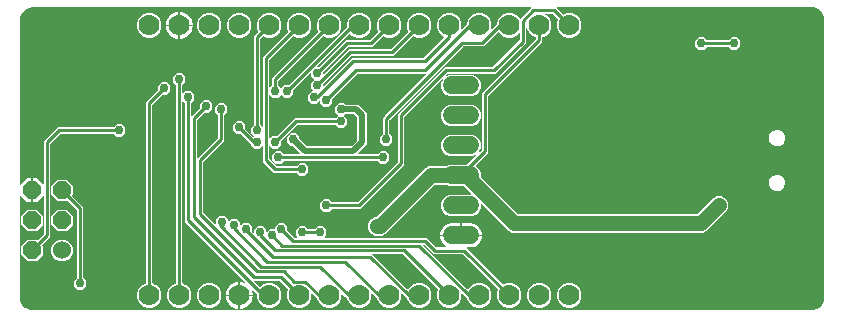
<source format=gbr>
G04 EAGLE Gerber RS-274X export*
G75*
%MOMM*%
%FSLAX34Y34*%
%LPD*%
%INBottom Copper*%
%IPPOS*%
%AMOC8*
5,1,8,0,0,1.08239X$1,22.5*%
G01*
%ADD10C,1.778000*%
%ADD11C,1.524000*%
%ADD12P,1.649562X8X112.500000*%
%ADD13C,1.524000*%
%ADD14C,0.756400*%
%ADD15C,0.254000*%
%ADD16C,0.508000*%
%ADD17C,0.254000*%
%ADD18C,1.270000*%

G36*
X802656Y393705D02*
X802656Y393705D01*
X802677Y393703D01*
X804546Y393887D01*
X804583Y393899D01*
X804654Y393914D01*
X808107Y395344D01*
X808109Y395345D01*
X808111Y395345D01*
X808231Y395426D01*
X810874Y398069D01*
X810875Y398071D01*
X810876Y398072D01*
X810956Y398193D01*
X812386Y401646D01*
X812393Y401684D01*
X812413Y401754D01*
X812597Y403623D01*
X812595Y403639D01*
X812599Y403660D01*
X812599Y639175D01*
X812585Y639237D01*
X812578Y639301D01*
X812565Y639324D01*
X812560Y639344D01*
X812536Y639373D01*
X812535Y639374D01*
X812598Y640345D01*
X812597Y640356D01*
X812599Y640370D01*
X812599Y640654D01*
X812598Y640660D01*
X812599Y640667D01*
X812548Y642213D01*
X812538Y642250D01*
X812528Y642323D01*
X811417Y645595D01*
X811416Y645596D01*
X811416Y645598D01*
X811343Y645723D01*
X809064Y648321D01*
X809063Y648322D01*
X809062Y648323D01*
X808946Y648411D01*
X805847Y649939D01*
X805809Y649948D01*
X805741Y649973D01*
X804065Y650249D01*
X804039Y650247D01*
X804004Y650254D01*
X586525Y650245D01*
X586500Y650240D01*
X586474Y650242D01*
X586416Y650220D01*
X586356Y650206D01*
X586336Y650190D01*
X586312Y650180D01*
X586270Y650135D01*
X586223Y650096D01*
X586212Y650072D01*
X586194Y650053D01*
X586177Y649994D01*
X586152Y649938D01*
X586153Y649912D01*
X586145Y649887D01*
X586156Y649826D01*
X586158Y649764D01*
X586171Y649742D01*
X586175Y649716D01*
X586223Y649645D01*
X586241Y649612D01*
X586249Y649606D01*
X586256Y649596D01*
X587106Y648746D01*
X591544Y644308D01*
X591598Y644275D01*
X591647Y644235D01*
X591671Y644230D01*
X591691Y644217D01*
X591755Y644211D01*
X591816Y644197D01*
X591843Y644202D01*
X591864Y644200D01*
X591899Y644214D01*
X591958Y644226D01*
X594828Y645415D01*
X598972Y645415D01*
X602799Y643829D01*
X605729Y640899D01*
X607315Y637072D01*
X607315Y632928D01*
X605729Y629101D01*
X602799Y626171D01*
X598972Y624585D01*
X594828Y624585D01*
X591001Y626171D01*
X588071Y629101D01*
X586485Y632928D01*
X586485Y637072D01*
X587674Y639942D01*
X587684Y640004D01*
X587702Y640065D01*
X587698Y640089D01*
X587702Y640113D01*
X587684Y640173D01*
X587673Y640236D01*
X587658Y640258D01*
X587651Y640278D01*
X587626Y640306D01*
X587592Y640356D01*
X583154Y644794D01*
X583089Y644834D01*
X583027Y644878D01*
X583015Y644880D01*
X583007Y644885D01*
X582970Y644889D01*
X582885Y644905D01*
X576713Y644905D01*
X576701Y644902D01*
X576688Y644904D01*
X576617Y644883D01*
X576544Y644866D01*
X576534Y644858D01*
X576522Y644854D01*
X576468Y644803D01*
X576411Y644756D01*
X576406Y644744D01*
X576396Y644735D01*
X576370Y644665D01*
X576340Y644597D01*
X576340Y644584D01*
X576336Y644572D01*
X576344Y644499D01*
X576347Y644424D01*
X576353Y644413D01*
X576354Y644400D01*
X576394Y644337D01*
X576429Y644272D01*
X576440Y644265D01*
X576447Y644254D01*
X576568Y644174D01*
X577399Y643829D01*
X580329Y640899D01*
X581915Y637072D01*
X581915Y632928D01*
X580329Y629101D01*
X577399Y626171D01*
X574529Y624982D01*
X574478Y624945D01*
X574422Y624915D01*
X574408Y624895D01*
X574389Y624881D01*
X574359Y624825D01*
X574322Y624773D01*
X574317Y624747D01*
X574307Y624728D01*
X574306Y624690D01*
X574295Y624631D01*
X574295Y621142D01*
X528686Y575534D01*
X528646Y575469D01*
X528602Y575407D01*
X528600Y575395D01*
X528595Y575387D01*
X528591Y575350D01*
X528575Y575265D01*
X528575Y527162D01*
X526826Y525414D01*
X517888Y516476D01*
X517868Y516443D01*
X517840Y516417D01*
X517823Y516370D01*
X517797Y516329D01*
X517793Y516290D01*
X517780Y516254D01*
X517785Y516205D01*
X517780Y516156D01*
X517794Y516120D01*
X517798Y516082D01*
X517824Y516040D01*
X517842Y515994D01*
X517870Y515968D01*
X517891Y515935D01*
X517941Y515902D01*
X517969Y515876D01*
X517989Y515870D01*
X518011Y515856D01*
X518260Y515753D01*
X520833Y513180D01*
X522225Y509819D01*
X522225Y506661D01*
X522242Y506587D01*
X522255Y506512D01*
X522262Y506502D01*
X522264Y506492D01*
X522288Y506464D01*
X522336Y506392D01*
X553382Y475346D01*
X553447Y475306D01*
X553509Y475262D01*
X553521Y475260D01*
X553530Y475255D01*
X553567Y475251D01*
X553651Y475235D01*
X705241Y475235D01*
X705315Y475252D01*
X705389Y475265D01*
X705400Y475272D01*
X705409Y475274D01*
X705438Y475298D01*
X705510Y475346D01*
X719439Y489276D01*
X722334Y490475D01*
X725466Y490475D01*
X728361Y489276D01*
X730576Y487061D01*
X731775Y484166D01*
X731775Y481034D01*
X730576Y478139D01*
X713121Y460684D01*
X710226Y459485D01*
X548665Y459485D01*
X545771Y460684D01*
X522874Y483581D01*
X522852Y483595D01*
X522836Y483615D01*
X522779Y483640D01*
X522727Y483673D01*
X522701Y483675D01*
X522677Y483686D01*
X522616Y483684D01*
X522554Y483689D01*
X522530Y483680D01*
X522504Y483679D01*
X522450Y483650D01*
X522392Y483628D01*
X522375Y483609D01*
X522352Y483597D01*
X522317Y483546D01*
X522275Y483501D01*
X522267Y483476D01*
X522252Y483455D01*
X522236Y483370D01*
X522225Y483335D01*
X522227Y483325D01*
X522225Y483313D01*
X522225Y480781D01*
X520833Y477420D01*
X518260Y474847D01*
X514899Y473455D01*
X496021Y473455D01*
X492660Y474847D01*
X490087Y477420D01*
X488695Y480781D01*
X488695Y484419D01*
X490087Y487780D01*
X492660Y490353D01*
X496021Y491745D01*
X513793Y491745D01*
X513818Y491751D01*
X513843Y491748D01*
X513901Y491770D01*
X513961Y491784D01*
X513981Y491801D01*
X514005Y491810D01*
X514047Y491855D01*
X514095Y491894D01*
X514106Y491918D01*
X514123Y491937D01*
X514141Y491996D01*
X514166Y492053D01*
X514165Y492078D01*
X514172Y492103D01*
X514162Y492164D01*
X514159Y492226D01*
X514147Y492248D01*
X514143Y492274D01*
X514094Y492345D01*
X514077Y492378D01*
X514068Y492384D01*
X514061Y492394D01*
X507711Y498744D01*
X507647Y498784D01*
X507585Y498828D01*
X507573Y498830D01*
X507564Y498835D01*
X507527Y498839D01*
X507443Y498855D01*
X496021Y498855D01*
X493025Y500096D01*
X493023Y500097D01*
X493022Y500098D01*
X492879Y500125D01*
X483479Y500125D01*
X483405Y500108D01*
X483331Y500095D01*
X483320Y500088D01*
X483311Y500086D01*
X483282Y500062D01*
X483210Y500014D01*
X448907Y465711D01*
X443609Y460413D01*
X441341Y458144D01*
X438446Y456945D01*
X432774Y456945D01*
X429879Y458144D01*
X427664Y460359D01*
X426465Y463254D01*
X426465Y466386D01*
X427664Y469281D01*
X429879Y471496D01*
X432774Y472695D01*
X433461Y472695D01*
X433535Y472712D01*
X433609Y472725D01*
X433620Y472732D01*
X433629Y472734D01*
X433658Y472758D01*
X433730Y472806D01*
X437771Y476847D01*
X475599Y514676D01*
X478494Y515875D01*
X492879Y515875D01*
X492881Y515875D01*
X492883Y515875D01*
X493025Y515904D01*
X496021Y517145D01*
X510495Y517145D01*
X510569Y517162D01*
X510644Y517175D01*
X510654Y517182D01*
X510664Y517184D01*
X510692Y517208D01*
X510764Y517256D01*
X518436Y524929D01*
X518443Y524940D01*
X518454Y524947D01*
X518489Y525013D01*
X518528Y525076D01*
X518529Y525089D01*
X518535Y525100D01*
X518537Y525174D01*
X518544Y525248D01*
X518540Y525260D01*
X518540Y525273D01*
X518509Y525341D01*
X518483Y525410D01*
X518473Y525419D01*
X518468Y525431D01*
X518410Y525478D01*
X518356Y525528D01*
X518343Y525532D01*
X518333Y525540D01*
X518261Y525556D01*
X518189Y525577D01*
X518177Y525575D01*
X518164Y525578D01*
X518022Y525549D01*
X514899Y524255D01*
X496021Y524255D01*
X492660Y525647D01*
X490087Y528220D01*
X488695Y531581D01*
X488695Y535219D01*
X490087Y538580D01*
X492660Y541153D01*
X496021Y542545D01*
X514899Y542545D01*
X518260Y541153D01*
X520833Y538580D01*
X522225Y535219D01*
X522225Y531581D01*
X520931Y528458D01*
X520929Y528445D01*
X520922Y528434D01*
X520915Y528361D01*
X520903Y528287D01*
X520907Y528275D01*
X520906Y528262D01*
X520932Y528192D01*
X520954Y528121D01*
X520963Y528112D01*
X520967Y528100D01*
X521022Y528049D01*
X521073Y527995D01*
X521085Y527991D01*
X521094Y527982D01*
X521166Y527961D01*
X521235Y527935D01*
X521248Y527937D01*
X521261Y527933D01*
X521334Y527946D01*
X521407Y527953D01*
X521418Y527960D01*
X521431Y527963D01*
X521551Y528044D01*
X522874Y529366D01*
X522914Y529431D01*
X522958Y529493D01*
X522960Y529505D01*
X522965Y529513D01*
X522969Y529550D01*
X522985Y529635D01*
X522985Y577738D01*
X568594Y623346D01*
X568634Y623411D01*
X568678Y623473D01*
X568680Y623485D01*
X568685Y623493D01*
X568689Y623530D01*
X568705Y623615D01*
X568705Y624631D01*
X568691Y624693D01*
X568684Y624756D01*
X568671Y624776D01*
X568666Y624799D01*
X568625Y624849D01*
X568591Y624902D01*
X568569Y624917D01*
X568556Y624933D01*
X568521Y624949D01*
X568471Y624982D01*
X565601Y626171D01*
X562671Y629101D01*
X561310Y632385D01*
X561303Y632396D01*
X561300Y632408D01*
X561253Y632466D01*
X561209Y632526D01*
X561198Y632532D01*
X561190Y632542D01*
X561122Y632572D01*
X561056Y632607D01*
X561043Y632608D01*
X561031Y632613D01*
X560957Y632610D01*
X560883Y632612D01*
X560871Y632607D01*
X560858Y632606D01*
X560793Y632571D01*
X560726Y632540D01*
X560717Y632530D01*
X560706Y632524D01*
X560663Y632463D01*
X560617Y632405D01*
X560614Y632393D01*
X560606Y632382D01*
X560579Y632240D01*
X560579Y620126D01*
X536306Y595854D01*
X534558Y594105D01*
X494075Y594105D01*
X494001Y594088D01*
X493926Y594075D01*
X493916Y594068D01*
X493906Y594066D01*
X493878Y594042D01*
X493806Y593994D01*
X492484Y592671D01*
X492477Y592660D01*
X492466Y592653D01*
X492431Y592587D01*
X492392Y592524D01*
X492391Y592511D01*
X492385Y592500D01*
X492383Y592426D01*
X492376Y592352D01*
X492380Y592340D01*
X492380Y592327D01*
X492411Y592259D01*
X492437Y592190D01*
X492447Y592181D01*
X492452Y592169D01*
X492510Y592122D01*
X492565Y592072D01*
X492577Y592068D01*
X492587Y592060D01*
X492659Y592044D01*
X492731Y592023D01*
X492744Y592025D01*
X492756Y592022D01*
X492898Y592051D01*
X496021Y593345D01*
X514899Y593345D01*
X518260Y591953D01*
X520833Y589380D01*
X522225Y586019D01*
X522225Y582381D01*
X520833Y579020D01*
X518260Y576447D01*
X514899Y575055D01*
X496021Y575055D01*
X492660Y576447D01*
X490087Y579020D01*
X488695Y582381D01*
X488695Y586019D01*
X489989Y589142D01*
X489991Y589155D01*
X489998Y589166D01*
X490005Y589239D01*
X490017Y589313D01*
X490013Y589325D01*
X490014Y589338D01*
X489988Y589408D01*
X489966Y589479D01*
X489957Y589488D01*
X489953Y589500D01*
X489898Y589551D01*
X489847Y589605D01*
X489835Y589609D01*
X489826Y589618D01*
X489754Y589639D01*
X489685Y589665D01*
X489672Y589663D01*
X489659Y589667D01*
X489586Y589654D01*
X489513Y589647D01*
X489502Y589640D01*
X489489Y589637D01*
X489369Y589556D01*
X457566Y557754D01*
X457526Y557689D01*
X457482Y557627D01*
X457480Y557615D01*
X457475Y557607D01*
X457471Y557570D01*
X457455Y557485D01*
X457455Y517002D01*
X420258Y479805D01*
X396028Y479805D01*
X395954Y479788D01*
X395879Y479775D01*
X395869Y479768D01*
X395859Y479766D01*
X395830Y479742D01*
X395759Y479694D01*
X393358Y477293D01*
X388962Y477293D01*
X385853Y480402D01*
X385853Y484798D01*
X388962Y487907D01*
X393358Y487907D01*
X395759Y485506D01*
X395823Y485466D01*
X395885Y485422D01*
X395897Y485420D01*
X395906Y485415D01*
X395943Y485411D01*
X396028Y485395D01*
X417785Y485395D01*
X417859Y485412D01*
X417934Y485425D01*
X417944Y485432D01*
X417954Y485434D01*
X417982Y485458D01*
X418054Y485506D01*
X451754Y519206D01*
X451794Y519271D01*
X451838Y519333D01*
X451840Y519345D01*
X451845Y519353D01*
X451849Y519390D01*
X451865Y519475D01*
X451865Y559958D01*
X491602Y599695D01*
X532085Y599695D01*
X532159Y599712D01*
X532234Y599725D01*
X532244Y599732D01*
X532254Y599734D01*
X532282Y599758D01*
X532354Y599806D01*
X554878Y622330D01*
X554907Y622377D01*
X554911Y622381D01*
X554917Y622394D01*
X554918Y622395D01*
X554962Y622457D01*
X554964Y622469D01*
X554969Y622477D01*
X554973Y622514D01*
X554974Y622520D01*
X554982Y622539D01*
X554982Y622559D01*
X554989Y622599D01*
X554989Y628243D01*
X554983Y628268D01*
X554986Y628293D01*
X554964Y628351D01*
X554950Y628411D01*
X554933Y628431D01*
X554924Y628455D01*
X554879Y628497D01*
X554840Y628545D01*
X554816Y628556D01*
X554797Y628573D01*
X554738Y628591D01*
X554681Y628616D01*
X554656Y628615D01*
X554631Y628622D01*
X554570Y628612D01*
X554508Y628609D01*
X554486Y628597D01*
X554460Y628593D01*
X554389Y628544D01*
X554356Y628527D01*
X554350Y628518D01*
X554340Y628512D01*
X551999Y626171D01*
X548172Y624585D01*
X544028Y624585D01*
X540201Y626171D01*
X537267Y629105D01*
X537250Y629128D01*
X537236Y629164D01*
X537200Y629197D01*
X537172Y629237D01*
X537138Y629255D01*
X537109Y629282D01*
X537062Y629295D01*
X537019Y629319D01*
X536980Y629320D01*
X536943Y629331D01*
X536895Y629322D01*
X536845Y629324D01*
X536810Y629308D01*
X536772Y629301D01*
X536722Y629267D01*
X536688Y629251D01*
X536675Y629235D01*
X536652Y629220D01*
X524652Y617219D01*
X507541Y617219D01*
X507467Y617202D01*
X507393Y617189D01*
X507383Y617182D01*
X507373Y617180D01*
X507344Y617156D01*
X507273Y617108D01*
X444866Y554701D01*
X444826Y554637D01*
X444782Y554575D01*
X444780Y554563D01*
X444775Y554554D01*
X444771Y554517D01*
X444755Y554433D01*
X444755Y543348D01*
X444772Y543274D01*
X444785Y543199D01*
X444792Y543189D01*
X444794Y543179D01*
X444818Y543150D01*
X444866Y543079D01*
X447267Y540678D01*
X447267Y536282D01*
X444158Y533173D01*
X439762Y533173D01*
X436653Y536282D01*
X436653Y540678D01*
X439054Y543079D01*
X439094Y543143D01*
X439138Y543205D01*
X439140Y543217D01*
X439145Y543226D01*
X439149Y543263D01*
X439165Y543348D01*
X439165Y556905D01*
X440914Y558654D01*
X475716Y593456D01*
X475727Y593473D01*
X475737Y593482D01*
X475738Y593485D01*
X475750Y593494D01*
X475775Y593551D01*
X475808Y593603D01*
X475810Y593629D01*
X475821Y593653D01*
X475818Y593714D01*
X475824Y593776D01*
X475815Y593800D01*
X475814Y593826D01*
X475784Y593880D01*
X475762Y593938D01*
X475744Y593955D01*
X475731Y593978D01*
X475681Y594013D01*
X475635Y594055D01*
X475611Y594063D01*
X475590Y594078D01*
X475505Y594094D01*
X475469Y594105D01*
X475459Y594103D01*
X475447Y594105D01*
X417875Y594105D01*
X417801Y594088D01*
X417726Y594075D01*
X417716Y594068D01*
X417706Y594066D01*
X417678Y594042D01*
X417606Y593994D01*
X396578Y572966D01*
X396538Y572901D01*
X396494Y572839D01*
X396492Y572827D01*
X396487Y572819D01*
X396483Y572782D01*
X396467Y572697D01*
X396467Y569302D01*
X393358Y566193D01*
X388962Y566193D01*
X385853Y569302D01*
X385853Y570470D01*
X385847Y570496D01*
X385850Y570521D01*
X385828Y570579D01*
X385814Y570639D01*
X385797Y570659D01*
X385788Y570683D01*
X385743Y570725D01*
X385704Y570773D01*
X385680Y570783D01*
X385661Y570801D01*
X385602Y570818D01*
X385545Y570844D01*
X385520Y570843D01*
X385495Y570850D01*
X385434Y570839D01*
X385372Y570837D01*
X385350Y570825D01*
X385324Y570820D01*
X385253Y570772D01*
X385220Y570754D01*
X385214Y570746D01*
X385204Y570739D01*
X383198Y568733D01*
X378802Y568733D01*
X375693Y571842D01*
X375693Y576238D01*
X378802Y579347D01*
X379970Y579347D01*
X379996Y579353D01*
X380021Y579350D01*
X380079Y579372D01*
X380139Y579386D01*
X380159Y579403D01*
X380183Y579412D01*
X380225Y579457D01*
X380273Y579496D01*
X380283Y579520D01*
X380301Y579539D01*
X380318Y579598D01*
X380344Y579655D01*
X380343Y579680D01*
X380350Y579705D01*
X380339Y579766D01*
X380337Y579828D01*
X380325Y579850D01*
X380320Y579876D01*
X380272Y579947D01*
X380254Y579980D01*
X380246Y579986D01*
X380239Y579996D01*
X378233Y582002D01*
X378233Y586398D01*
X380846Y589011D01*
X380873Y589054D01*
X380908Y589092D01*
X380918Y589127D01*
X380938Y589158D01*
X380943Y589209D01*
X380957Y589258D01*
X380951Y589294D01*
X380954Y589331D01*
X380936Y589379D01*
X380927Y589429D01*
X380903Y589464D01*
X380893Y589493D01*
X380870Y589514D01*
X380846Y589549D01*
X378157Y592238D01*
X378157Y594267D01*
X378151Y594292D01*
X378154Y594318D01*
X378132Y594375D01*
X378118Y594435D01*
X378101Y594455D01*
X378092Y594479D01*
X378047Y594521D01*
X378007Y594569D01*
X377984Y594580D01*
X377965Y594597D01*
X377906Y594615D01*
X377849Y594640D01*
X377824Y594639D01*
X377799Y594646D01*
X377738Y594636D01*
X377676Y594633D01*
X377653Y594621D01*
X377628Y594617D01*
X377557Y594568D01*
X377524Y594551D01*
X377518Y594543D01*
X377508Y594536D01*
X363558Y580586D01*
X363518Y580521D01*
X363474Y580459D01*
X363472Y580447D01*
X363467Y580439D01*
X363463Y580402D01*
X363447Y580317D01*
X363447Y576922D01*
X360338Y573813D01*
X355942Y573813D01*
X353329Y576426D01*
X353286Y576453D01*
X353248Y576488D01*
X353213Y576498D01*
X353182Y576518D01*
X353131Y576523D01*
X353082Y576537D01*
X353046Y576531D01*
X353009Y576534D01*
X352962Y576516D01*
X352911Y576507D01*
X352876Y576483D01*
X352847Y576473D01*
X352826Y576450D01*
X352791Y576426D01*
X350178Y573813D01*
X345782Y573813D01*
X343804Y575791D01*
X343782Y575805D01*
X343766Y575825D01*
X343709Y575850D01*
X343657Y575883D01*
X343631Y575885D01*
X343607Y575896D01*
X343546Y575893D01*
X343484Y575899D01*
X343460Y575890D01*
X343434Y575889D01*
X343380Y575860D01*
X343322Y575838D01*
X343305Y575819D01*
X343282Y575806D01*
X343247Y575756D01*
X343205Y575711D01*
X343197Y575686D01*
X343182Y575665D01*
X343166Y575580D01*
X343155Y575544D01*
X343157Y575534D01*
X343155Y575522D01*
X343155Y539538D01*
X343161Y539512D01*
X343158Y539487D01*
X343180Y539429D01*
X343194Y539369D01*
X343211Y539349D01*
X343220Y539325D01*
X343265Y539283D01*
X343304Y539235D01*
X343328Y539225D01*
X343347Y539207D01*
X343406Y539190D01*
X343463Y539164D01*
X343488Y539165D01*
X343513Y539158D01*
X343574Y539169D01*
X343636Y539171D01*
X343658Y539183D01*
X343684Y539188D01*
X343755Y539236D01*
X343788Y539254D01*
X343794Y539262D01*
X343804Y539269D01*
X345782Y541247D01*
X349177Y541247D01*
X349251Y541264D01*
X349326Y541277D01*
X349336Y541284D01*
X349346Y541286D01*
X349374Y541310D01*
X349446Y541358D01*
X364602Y556515D01*
X398992Y556515D01*
X399066Y556532D01*
X399141Y556545D01*
X399151Y556552D01*
X399161Y556554D01*
X399190Y556578D01*
X399261Y556626D01*
X401166Y558531D01*
X401193Y558574D01*
X401228Y558612D01*
X401238Y558647D01*
X401258Y558678D01*
X401263Y558729D01*
X401277Y558778D01*
X401271Y558814D01*
X401274Y558851D01*
X401256Y558898D01*
X401247Y558949D01*
X401223Y558984D01*
X401213Y559013D01*
X401190Y559034D01*
X401166Y559069D01*
X398553Y561682D01*
X398553Y566078D01*
X401662Y569187D01*
X406058Y569187D01*
X407189Y568056D01*
X407253Y568016D01*
X407315Y567972D01*
X407327Y567970D01*
X407336Y567965D01*
X407373Y567961D01*
X407458Y567945D01*
X418244Y567945D01*
X425705Y560484D01*
X425705Y534256D01*
X418450Y527002D01*
X418132Y526684D01*
X418119Y526662D01*
X418099Y526646D01*
X418073Y526589D01*
X418041Y526537D01*
X418038Y526511D01*
X418028Y526487D01*
X418030Y526426D01*
X418024Y526364D01*
X418033Y526340D01*
X418034Y526314D01*
X418064Y526260D01*
X418086Y526202D01*
X418105Y526185D01*
X418117Y526162D01*
X418168Y526127D01*
X418213Y526085D01*
X418238Y526077D01*
X418259Y526062D01*
X418343Y526046D01*
X418379Y526035D01*
X418389Y526037D01*
X418401Y526035D01*
X434552Y526035D01*
X434626Y526052D01*
X434701Y526065D01*
X434711Y526072D01*
X434721Y526074D01*
X434750Y526098D01*
X434821Y526146D01*
X437222Y528547D01*
X441618Y528547D01*
X444727Y525438D01*
X444727Y521042D01*
X441618Y517933D01*
X437222Y517933D01*
X434821Y520334D01*
X434757Y520374D01*
X434695Y520418D01*
X434683Y520420D01*
X434674Y520425D01*
X434637Y520429D01*
X434552Y520445D01*
X355388Y520445D01*
X355314Y520428D01*
X355239Y520415D01*
X355229Y520408D01*
X355219Y520406D01*
X355190Y520382D01*
X355119Y520334D01*
X352718Y517933D01*
X348322Y517933D01*
X345213Y521042D01*
X345213Y525438D01*
X348322Y528547D01*
X352718Y528547D01*
X355119Y526146D01*
X355183Y526106D01*
X355245Y526062D01*
X355257Y526060D01*
X355266Y526055D01*
X355303Y526051D01*
X355388Y526035D01*
X368999Y526035D01*
X369024Y526041D01*
X369050Y526038D01*
X369107Y526060D01*
X369168Y526074D01*
X369188Y526091D01*
X369212Y526100D01*
X369254Y526145D01*
X369301Y526184D01*
X369312Y526208D01*
X369329Y526227D01*
X369347Y526286D01*
X369372Y526343D01*
X369371Y526368D01*
X369379Y526393D01*
X369368Y526454D01*
X369366Y526516D01*
X369353Y526538D01*
X369349Y526564D01*
X369301Y526635D01*
X369283Y526668D01*
X369275Y526674D01*
X369268Y526684D01*
X368950Y527002D01*
X362890Y533062D01*
X362825Y533102D01*
X362763Y533146D01*
X362751Y533148D01*
X362742Y533153D01*
X362705Y533157D01*
X362621Y533173D01*
X361022Y533173D01*
X357913Y536282D01*
X357913Y540678D01*
X361022Y543787D01*
X365418Y543787D01*
X368527Y540678D01*
X368527Y539079D01*
X368544Y539005D01*
X368557Y538930D01*
X368564Y538920D01*
X368566Y538910D01*
X368590Y538882D01*
X368638Y538810D01*
X374698Y532750D01*
X374763Y532710D01*
X374825Y532666D01*
X374837Y532664D01*
X374846Y532659D01*
X374883Y532655D01*
X374967Y532639D01*
X412433Y532639D01*
X412507Y532656D01*
X412582Y532669D01*
X412592Y532676D01*
X412602Y532678D01*
X412630Y532702D01*
X412702Y532750D01*
X417464Y537512D01*
X417504Y537577D01*
X417548Y537639D01*
X417550Y537651D01*
X417555Y537660D01*
X417559Y537697D01*
X417568Y537741D01*
X417568Y537743D01*
X417568Y537745D01*
X417575Y537781D01*
X417575Y556959D01*
X417558Y557033D01*
X417545Y557108D01*
X417538Y557118D01*
X417536Y557128D01*
X417512Y557156D01*
X417464Y557228D01*
X414988Y559704D01*
X414923Y559744D01*
X414861Y559788D01*
X414849Y559790D01*
X414840Y559795D01*
X414803Y559799D01*
X414719Y559815D01*
X407458Y559815D01*
X407384Y559798D01*
X407309Y559785D01*
X407299Y559778D01*
X407289Y559776D01*
X407260Y559752D01*
X407189Y559704D01*
X406554Y559069D01*
X406527Y559026D01*
X406492Y558988D01*
X406482Y558953D01*
X406462Y558922D01*
X406457Y558871D01*
X406443Y558822D01*
X406449Y558786D01*
X406446Y558749D01*
X406464Y558701D01*
X406473Y558651D01*
X406497Y558616D01*
X406507Y558587D01*
X406530Y558566D01*
X406554Y558531D01*
X409167Y555918D01*
X409167Y551522D01*
X406058Y548413D01*
X401662Y548413D01*
X399261Y550814D01*
X399197Y550854D01*
X399135Y550898D01*
X399123Y550900D01*
X399114Y550905D01*
X399077Y550909D01*
X398992Y550925D01*
X367075Y550925D01*
X367001Y550908D01*
X366926Y550895D01*
X366916Y550888D01*
X366906Y550886D01*
X366878Y550862D01*
X366806Y550814D01*
X353398Y537406D01*
X353358Y537341D01*
X353314Y537279D01*
X353312Y537267D01*
X353307Y537259D01*
X353303Y537222D01*
X353287Y537137D01*
X353287Y533742D01*
X350178Y530633D01*
X345782Y530633D01*
X343804Y532611D01*
X343782Y532625D01*
X343766Y532645D01*
X343709Y532670D01*
X343657Y532703D01*
X343631Y532705D01*
X343607Y532716D01*
X343546Y532713D01*
X343484Y532719D01*
X343460Y532710D01*
X343434Y532709D01*
X343380Y532680D01*
X343322Y532658D01*
X343305Y532639D01*
X343282Y532626D01*
X343247Y532576D01*
X343205Y532531D01*
X343197Y532506D01*
X343182Y532485D01*
X343166Y532400D01*
X343155Y532364D01*
X343157Y532354D01*
X343155Y532342D01*
X343155Y522015D01*
X343172Y521941D01*
X343185Y521866D01*
X343192Y521856D01*
X343194Y521846D01*
X343218Y521818D01*
X343266Y521746D01*
X349026Y515986D01*
X349091Y515946D01*
X349153Y515902D01*
X349165Y515900D01*
X349173Y515895D01*
X349210Y515891D01*
X349295Y515875D01*
X365972Y515875D01*
X366046Y515892D01*
X366121Y515905D01*
X366131Y515912D01*
X366141Y515914D01*
X366170Y515938D01*
X366241Y515986D01*
X368642Y518387D01*
X373038Y518387D01*
X376147Y515278D01*
X376147Y510882D01*
X373038Y507773D01*
X368642Y507773D01*
X366241Y510174D01*
X366177Y510214D01*
X366115Y510258D01*
X366103Y510260D01*
X366094Y510265D01*
X366057Y510269D01*
X365972Y510285D01*
X346822Y510285D01*
X345074Y512034D01*
X339314Y517794D01*
X337565Y519542D01*
X337565Y532342D01*
X337559Y532368D01*
X337562Y532393D01*
X337540Y532451D01*
X337526Y532511D01*
X337509Y532531D01*
X337500Y532555D01*
X337455Y532597D01*
X337416Y532645D01*
X337392Y532655D01*
X337373Y532673D01*
X337314Y532690D01*
X337257Y532716D01*
X337232Y532715D01*
X337207Y532722D01*
X337146Y532711D01*
X337084Y532709D01*
X337062Y532697D01*
X337036Y532692D01*
X336965Y532644D01*
X336932Y532626D01*
X336926Y532618D01*
X336916Y532611D01*
X334938Y530633D01*
X330542Y530633D01*
X327433Y533742D01*
X327433Y534597D01*
X327416Y534671D01*
X327403Y534746D01*
X327396Y534756D01*
X327394Y534766D01*
X327370Y534794D01*
X327322Y534866D01*
X318966Y543222D01*
X318901Y543262D01*
X318839Y543306D01*
X318827Y543308D01*
X318819Y543313D01*
X318782Y543317D01*
X318697Y543333D01*
X315302Y543333D01*
X312193Y546442D01*
X312193Y550838D01*
X315302Y553947D01*
X319698Y553947D01*
X322807Y550838D01*
X322807Y547443D01*
X322824Y547369D01*
X322837Y547294D01*
X322844Y547284D01*
X322846Y547274D01*
X322870Y547246D01*
X322918Y547174D01*
X329425Y540667D01*
X329468Y540641D01*
X329506Y540606D01*
X329541Y540595D01*
X329572Y540576D01*
X329623Y540571D01*
X329672Y540557D01*
X329708Y540563D01*
X329745Y540560D01*
X329792Y540578D01*
X329843Y540586D01*
X329878Y540610D01*
X329906Y540621D01*
X329927Y540644D01*
X329963Y540668D01*
X330046Y540751D01*
X330073Y540795D01*
X330108Y540832D01*
X330118Y540867D01*
X330138Y540898D01*
X330143Y540949D01*
X330157Y540998D01*
X330151Y541034D01*
X330154Y541071D01*
X330136Y541119D01*
X330127Y541169D01*
X330103Y541204D01*
X330093Y541233D01*
X330070Y541254D01*
X330046Y541289D01*
X327433Y543902D01*
X327433Y548298D01*
X329834Y550699D01*
X329874Y550763D01*
X329918Y550825D01*
X329920Y550837D01*
X329925Y550846D01*
X329929Y550883D01*
X329945Y550968D01*
X329945Y625998D01*
X333592Y629644D01*
X333625Y629698D01*
X333665Y629747D01*
X333670Y629771D01*
X333683Y629791D01*
X333689Y629855D01*
X333703Y629916D01*
X333698Y629943D01*
X333700Y629964D01*
X333686Y629999D01*
X333674Y630058D01*
X332485Y632928D01*
X332485Y637072D01*
X334071Y640899D01*
X337001Y643829D01*
X340828Y645415D01*
X344972Y645415D01*
X348799Y643829D01*
X351729Y640899D01*
X353315Y637072D01*
X353315Y632928D01*
X351729Y629101D01*
X348799Y626171D01*
X344972Y624585D01*
X340828Y624585D01*
X337958Y625774D01*
X337896Y625784D01*
X337835Y625802D01*
X337811Y625798D01*
X337787Y625802D01*
X337727Y625784D01*
X337664Y625773D01*
X337642Y625758D01*
X337622Y625751D01*
X337594Y625726D01*
X337544Y625692D01*
X335646Y623794D01*
X335606Y623729D01*
X335562Y623667D01*
X335560Y623655D01*
X335555Y623647D01*
X335551Y623610D01*
X335535Y623525D01*
X335535Y550968D01*
X335552Y550894D01*
X335565Y550819D01*
X335572Y550809D01*
X335574Y550799D01*
X335598Y550770D01*
X335646Y550699D01*
X336916Y549429D01*
X336938Y549415D01*
X336954Y549395D01*
X337011Y549370D01*
X337063Y549337D01*
X337089Y549335D01*
X337113Y549324D01*
X337174Y549327D01*
X337236Y549321D01*
X337260Y549330D01*
X337286Y549331D01*
X337340Y549360D01*
X337398Y549382D01*
X337415Y549401D01*
X337438Y549414D01*
X337473Y549464D01*
X337515Y549509D01*
X337523Y549534D01*
X337538Y549555D01*
X337554Y549640D01*
X337565Y549676D01*
X337563Y549686D01*
X337565Y549698D01*
X337565Y608218D01*
X339314Y609966D01*
X358992Y629644D01*
X359025Y629698D01*
X359065Y629747D01*
X359070Y629771D01*
X359083Y629791D01*
X359089Y629854D01*
X359103Y629916D01*
X359098Y629943D01*
X359100Y629964D01*
X359086Y629999D01*
X359074Y630058D01*
X357885Y632928D01*
X357885Y637072D01*
X359471Y640899D01*
X362401Y643829D01*
X366228Y645415D01*
X370372Y645415D01*
X374199Y643829D01*
X377129Y640899D01*
X378715Y637072D01*
X378715Y632928D01*
X377129Y629101D01*
X374199Y626171D01*
X370372Y624585D01*
X366228Y624585D01*
X363358Y625774D01*
X363296Y625784D01*
X363235Y625802D01*
X363211Y625798D01*
X363187Y625802D01*
X363127Y625784D01*
X363064Y625773D01*
X363042Y625758D01*
X363022Y625751D01*
X362994Y625726D01*
X362944Y625692D01*
X343266Y606014D01*
X343226Y605949D01*
X343182Y605887D01*
X343180Y605875D01*
X343175Y605867D01*
X343171Y605830D01*
X343155Y605745D01*
X343155Y582718D01*
X343161Y582692D01*
X343158Y582667D01*
X343180Y582609D01*
X343194Y582549D01*
X343211Y582529D01*
X343220Y582505D01*
X343265Y582463D01*
X343304Y582415D01*
X343328Y582405D01*
X343347Y582387D01*
X343406Y582370D01*
X343463Y582344D01*
X343488Y582345D01*
X343513Y582338D01*
X343574Y582349D01*
X343636Y582351D01*
X343658Y582363D01*
X343684Y582368D01*
X343755Y582416D01*
X343788Y582434D01*
X343794Y582442D01*
X343804Y582449D01*
X345074Y583719D01*
X345114Y583783D01*
X345158Y583845D01*
X345160Y583857D01*
X345165Y583866D01*
X345169Y583903D01*
X345185Y583988D01*
X345185Y590438D01*
X384392Y629644D01*
X384425Y629698D01*
X384465Y629747D01*
X384470Y629771D01*
X384483Y629791D01*
X384489Y629854D01*
X384503Y629916D01*
X384498Y629943D01*
X384500Y629964D01*
X384486Y629999D01*
X384474Y630058D01*
X383285Y632928D01*
X383285Y637072D01*
X384871Y640899D01*
X387801Y643829D01*
X391628Y645415D01*
X395772Y645415D01*
X399599Y643829D01*
X402529Y640899D01*
X404115Y637072D01*
X404115Y632928D01*
X402529Y629101D01*
X399599Y626171D01*
X395772Y624585D01*
X391628Y624585D01*
X388758Y625774D01*
X388696Y625784D01*
X388635Y625802D01*
X388611Y625798D01*
X388587Y625802D01*
X388527Y625784D01*
X388464Y625773D01*
X388442Y625758D01*
X388422Y625751D01*
X388394Y625726D01*
X388344Y625692D01*
X350886Y588234D01*
X350846Y588169D01*
X350802Y588107D01*
X350800Y588095D01*
X350795Y588087D01*
X350791Y588050D01*
X350775Y587965D01*
X350775Y583988D01*
X350792Y583914D01*
X350805Y583839D01*
X350812Y583829D01*
X350814Y583819D01*
X350838Y583790D01*
X350886Y583719D01*
X352791Y581814D01*
X352834Y581787D01*
X352872Y581752D01*
X352907Y581742D01*
X352938Y581722D01*
X352989Y581717D01*
X353038Y581703D01*
X353074Y581709D01*
X353111Y581706D01*
X353159Y581724D01*
X353209Y581733D01*
X353244Y581757D01*
X353273Y581767D01*
X353294Y581790D01*
X353329Y581814D01*
X355942Y584427D01*
X359337Y584427D01*
X359411Y584444D01*
X359486Y584457D01*
X359496Y584464D01*
X359506Y584466D01*
X359534Y584490D01*
X359606Y584538D01*
X408574Y633506D01*
X408614Y633571D01*
X408658Y633633D01*
X408660Y633645D01*
X408665Y633653D01*
X408669Y633690D01*
X408685Y633775D01*
X408685Y637072D01*
X410271Y640899D01*
X413201Y643829D01*
X417028Y645415D01*
X421172Y645415D01*
X424999Y643829D01*
X427929Y640899D01*
X429515Y637072D01*
X429515Y632928D01*
X427929Y629101D01*
X424999Y626171D01*
X421172Y624585D01*
X417028Y624585D01*
X413201Y626171D01*
X411441Y627931D01*
X411397Y627958D01*
X411360Y627992D01*
X411325Y628003D01*
X411294Y628022D01*
X411243Y628027D01*
X411194Y628041D01*
X411158Y628035D01*
X411121Y628039D01*
X411073Y628020D01*
X411023Y628012D01*
X410988Y627988D01*
X410959Y627977D01*
X410938Y627954D01*
X410903Y627931D01*
X383364Y600392D01*
X383351Y600370D01*
X383331Y600354D01*
X383306Y600297D01*
X383273Y600245D01*
X383271Y600219D01*
X383260Y600196D01*
X383262Y600134D01*
X383256Y600072D01*
X383266Y600048D01*
X383267Y600022D01*
X383296Y599968D01*
X383318Y599910D01*
X383337Y599893D01*
X383349Y599870D01*
X383400Y599835D01*
X383445Y599793D01*
X383470Y599785D01*
X383491Y599771D01*
X383576Y599754D01*
X383611Y599744D01*
X383621Y599745D01*
X383633Y599743D01*
X384661Y599743D01*
X384735Y599760D01*
X384809Y599773D01*
X384820Y599780D01*
X384829Y599782D01*
X384858Y599806D01*
X384930Y599854D01*
X407630Y622555D01*
X427945Y622555D01*
X428019Y622572D01*
X428094Y622585D01*
X428104Y622592D01*
X428114Y622594D01*
X428142Y622618D01*
X428214Y622666D01*
X435192Y629644D01*
X435225Y629698D01*
X435265Y629747D01*
X435270Y629771D01*
X435283Y629791D01*
X435289Y629855D01*
X435303Y629916D01*
X435298Y629943D01*
X435300Y629964D01*
X435286Y629999D01*
X435274Y630058D01*
X434085Y632928D01*
X434085Y637072D01*
X435671Y640899D01*
X438601Y643829D01*
X442428Y645415D01*
X446572Y645415D01*
X450399Y643829D01*
X453329Y640899D01*
X454915Y637072D01*
X454915Y632928D01*
X453329Y629101D01*
X450399Y626171D01*
X446572Y624585D01*
X442428Y624585D01*
X439558Y625774D01*
X439496Y625784D01*
X439435Y625802D01*
X439411Y625798D01*
X439387Y625802D01*
X439327Y625784D01*
X439264Y625773D01*
X439242Y625758D01*
X439222Y625751D01*
X439194Y625726D01*
X439144Y625692D01*
X430418Y616965D01*
X410103Y616965D01*
X410029Y616948D01*
X409954Y616935D01*
X409944Y616928D01*
X409934Y616926D01*
X409905Y616902D01*
X409834Y616854D01*
X388882Y595902D01*
X388842Y595837D01*
X388798Y595775D01*
X388796Y595763D01*
X388791Y595755D01*
X388787Y595718D01*
X388783Y595699D01*
X388778Y595686D01*
X388778Y595672D01*
X388771Y595633D01*
X388771Y594301D01*
X388776Y594276D01*
X388774Y594250D01*
X388796Y594192D01*
X388810Y594132D01*
X388826Y594112D01*
X388836Y594088D01*
X388881Y594046D01*
X388920Y593999D01*
X388944Y593988D01*
X388963Y593970D01*
X389022Y593953D01*
X389078Y593928D01*
X389104Y593929D01*
X389129Y593921D01*
X389190Y593932D01*
X389251Y593934D01*
X389274Y593947D01*
X389300Y593951D01*
X389371Y593999D01*
X389404Y594017D01*
X389409Y594025D01*
X389420Y594032D01*
X408574Y613186D01*
X410322Y614935D01*
X445725Y614935D01*
X445799Y614952D01*
X445874Y614965D01*
X445884Y614972D01*
X445894Y614974D01*
X445922Y614998D01*
X445994Y615046D01*
X460592Y629644D01*
X460625Y629698D01*
X460665Y629747D01*
X460670Y629771D01*
X460683Y629791D01*
X460689Y629855D01*
X460703Y629916D01*
X460698Y629943D01*
X460700Y629964D01*
X460686Y629999D01*
X460674Y630058D01*
X459485Y632928D01*
X459485Y637072D01*
X461071Y640899D01*
X464001Y643829D01*
X467828Y645415D01*
X471972Y645415D01*
X475799Y643829D01*
X478729Y640899D01*
X480315Y637072D01*
X480315Y632928D01*
X478729Y629101D01*
X475799Y626171D01*
X471972Y624585D01*
X467828Y624585D01*
X464958Y625774D01*
X464896Y625784D01*
X464835Y625802D01*
X464811Y625798D01*
X464787Y625802D01*
X464727Y625784D01*
X464664Y625773D01*
X464642Y625758D01*
X464622Y625751D01*
X464594Y625726D01*
X464544Y625692D01*
X448198Y609345D01*
X412795Y609345D01*
X412721Y609328D01*
X412646Y609315D01*
X412636Y609308D01*
X412626Y609306D01*
X412598Y609282D01*
X412526Y609234D01*
X388958Y585666D01*
X388918Y585601D01*
X388874Y585539D01*
X388872Y585527D01*
X388867Y585519D01*
X388863Y585482D01*
X388847Y585397D01*
X388847Y584217D01*
X388853Y584192D01*
X388850Y584166D01*
X388872Y584109D01*
X388886Y584048D01*
X388903Y584028D01*
X388912Y584004D01*
X388957Y583962D01*
X388996Y583915D01*
X389020Y583904D01*
X389039Y583887D01*
X389098Y583869D01*
X389155Y583844D01*
X389180Y583845D01*
X389205Y583837D01*
X389266Y583848D01*
X389328Y583850D01*
X389350Y583863D01*
X389376Y583867D01*
X389447Y583915D01*
X389480Y583933D01*
X389486Y583941D01*
X389496Y583948D01*
X411114Y605566D01*
X412862Y607315D01*
X473665Y607315D01*
X473739Y607332D01*
X473814Y607345D01*
X473824Y607352D01*
X473834Y607354D01*
X473862Y607378D01*
X473934Y607426D01*
X491316Y624808D01*
X491336Y624841D01*
X491364Y624867D01*
X491381Y624914D01*
X491407Y624956D01*
X491411Y624994D01*
X491424Y625030D01*
X491419Y625079D01*
X491424Y625128D01*
X491410Y625164D01*
X491406Y625202D01*
X491380Y625244D01*
X491362Y625290D01*
X491334Y625316D01*
X491313Y625349D01*
X491263Y625382D01*
X491235Y625408D01*
X491215Y625414D01*
X491193Y625429D01*
X489401Y626171D01*
X486471Y629101D01*
X484885Y632928D01*
X484885Y637072D01*
X486471Y640899D01*
X489401Y643829D01*
X493228Y645415D01*
X497372Y645415D01*
X501199Y643829D01*
X504129Y640899D01*
X505715Y637072D01*
X505715Y632928D01*
X505498Y632405D01*
X505496Y632392D01*
X505489Y632381D01*
X505482Y632307D01*
X505470Y632234D01*
X505474Y632221D01*
X505472Y632208D01*
X505499Y632139D01*
X505520Y632068D01*
X505529Y632059D01*
X505534Y632047D01*
X505589Y631996D01*
X505639Y631942D01*
X505651Y631938D01*
X505661Y631929D01*
X505732Y631908D01*
X505802Y631882D01*
X505815Y631883D01*
X505827Y631880D01*
X505900Y631892D01*
X505974Y631900D01*
X505985Y631907D01*
X505998Y631909D01*
X506118Y631990D01*
X510174Y636046D01*
X510184Y636063D01*
X510193Y636070D01*
X510203Y636093D01*
X510214Y636111D01*
X510258Y636173D01*
X510260Y636185D01*
X510265Y636193D01*
X510269Y636230D01*
X510285Y636315D01*
X510285Y637072D01*
X511871Y640899D01*
X514801Y643829D01*
X518628Y645415D01*
X522772Y645415D01*
X526599Y643829D01*
X529529Y640899D01*
X531115Y637072D01*
X531115Y632928D01*
X530898Y632405D01*
X530896Y632392D01*
X530889Y632381D01*
X530882Y632307D01*
X530870Y632234D01*
X530874Y632221D01*
X530872Y632208D01*
X530899Y632139D01*
X530920Y632068D01*
X530929Y632059D01*
X530934Y632047D01*
X530989Y631996D01*
X531039Y631942D01*
X531051Y631938D01*
X531061Y631929D01*
X531132Y631908D01*
X531202Y631882D01*
X531215Y631883D01*
X531227Y631880D01*
X531300Y631892D01*
X531374Y631900D01*
X531385Y631907D01*
X531398Y631909D01*
X531518Y631990D01*
X535574Y636046D01*
X535584Y636063D01*
X535593Y636070D01*
X535603Y636093D01*
X535614Y636111D01*
X535658Y636173D01*
X535660Y636185D01*
X535665Y636193D01*
X535669Y636230D01*
X535685Y636315D01*
X535685Y637072D01*
X537271Y640899D01*
X540201Y643829D01*
X544028Y645415D01*
X548172Y645415D01*
X551999Y643829D01*
X554933Y640895D01*
X554950Y640872D01*
X554964Y640836D01*
X555000Y640803D01*
X555028Y640763D01*
X555062Y640745D01*
X555091Y640718D01*
X555138Y640705D01*
X555181Y640681D01*
X555220Y640680D01*
X555257Y640669D01*
X555305Y640678D01*
X555355Y640676D01*
X555390Y640692D01*
X555428Y640699D01*
X555478Y640733D01*
X555512Y640749D01*
X555525Y640765D01*
X555548Y640780D01*
X564363Y649595D01*
X564377Y649617D01*
X564397Y649634D01*
X564422Y649690D01*
X564454Y649743D01*
X564457Y649768D01*
X564467Y649792D01*
X564465Y649854D01*
X564471Y649915D01*
X564462Y649939D01*
X564461Y649965D01*
X564431Y650019D01*
X564409Y650077D01*
X564390Y650094D01*
X564378Y650117D01*
X564327Y650153D01*
X564282Y650195D01*
X564258Y650202D01*
X564236Y650217D01*
X564152Y650233D01*
X564116Y650244D01*
X564106Y650242D01*
X564094Y650244D01*
X143443Y650227D01*
X143440Y650227D01*
X142256Y650227D01*
X142232Y650227D01*
X142216Y650223D01*
X142195Y650225D01*
X140290Y650039D01*
X140253Y650026D01*
X140181Y650012D01*
X136660Y648556D01*
X136659Y648554D01*
X136657Y648554D01*
X136537Y648473D01*
X133841Y645780D01*
X133840Y645779D01*
X133839Y645778D01*
X133759Y645657D01*
X132298Y642138D01*
X132292Y642101D01*
X132281Y642076D01*
X132282Y642065D01*
X132271Y642029D01*
X132083Y640124D01*
X132085Y640108D01*
X132081Y640087D01*
X132081Y500428D01*
X132087Y500403D01*
X132084Y500377D01*
X132106Y500320D01*
X132120Y500259D01*
X132137Y500240D01*
X132146Y500215D01*
X132191Y500173D01*
X132230Y500126D01*
X132254Y500115D01*
X132273Y500098D01*
X132332Y500080D01*
X132389Y500055D01*
X132414Y500056D01*
X132439Y500049D01*
X132500Y500059D01*
X132562Y500061D01*
X132584Y500074D01*
X132610Y500078D01*
X132681Y500126D01*
X132714Y500144D01*
X132720Y500152D01*
X132730Y500159D01*
X138031Y505461D01*
X141479Y505461D01*
X141479Y495681D01*
X141490Y495631D01*
X141492Y495580D01*
X141510Y495548D01*
X141518Y495512D01*
X141551Y495473D01*
X141575Y495428D01*
X141605Y495407D01*
X141628Y495379D01*
X141675Y495358D01*
X141717Y495329D01*
X141759Y495320D01*
X141787Y495308D01*
X141817Y495309D01*
X141859Y495301D01*
X142621Y495301D01*
X142671Y495313D01*
X142722Y495314D01*
X142754Y495332D01*
X142790Y495340D01*
X142829Y495373D01*
X142874Y495397D01*
X142895Y495427D01*
X142923Y495451D01*
X142944Y495497D01*
X142974Y495539D01*
X142982Y495581D01*
X142994Y495609D01*
X142993Y495639D01*
X143001Y495681D01*
X143001Y505461D01*
X146449Y505461D01*
X151496Y500413D01*
X151518Y500400D01*
X151534Y500380D01*
X151591Y500354D01*
X151643Y500322D01*
X151669Y500319D01*
X151693Y500309D01*
X151754Y500311D01*
X151816Y500305D01*
X151840Y500314D01*
X151866Y500315D01*
X151920Y500345D01*
X151978Y500367D01*
X151995Y500386D01*
X152018Y500398D01*
X152053Y500449D01*
X152095Y500494D01*
X152103Y500519D01*
X152118Y500540D01*
X152134Y500624D01*
X152145Y500660D01*
X152143Y500670D01*
X152145Y500682D01*
X152145Y537098D01*
X153894Y538846D01*
X162194Y547146D01*
X163942Y548895D01*
X211032Y548895D01*
X211106Y548912D01*
X211181Y548925D01*
X211191Y548932D01*
X211201Y548934D01*
X211230Y548958D01*
X211301Y549006D01*
X213702Y551407D01*
X218098Y551407D01*
X221207Y548298D01*
X221207Y543902D01*
X218098Y540793D01*
X213702Y540793D01*
X211301Y543194D01*
X211237Y543234D01*
X211175Y543278D01*
X211163Y543280D01*
X211154Y543285D01*
X211117Y543289D01*
X211032Y543305D01*
X166415Y543305D01*
X166341Y543288D01*
X166266Y543275D01*
X166256Y543268D01*
X166246Y543266D01*
X166218Y543242D01*
X166146Y543194D01*
X157846Y534894D01*
X157806Y534829D01*
X157762Y534767D01*
X157760Y534755D01*
X157755Y534747D01*
X157751Y534710D01*
X157735Y534625D01*
X157735Y456042D01*
X155986Y454294D01*
X150951Y449259D01*
X150924Y449216D01*
X150890Y449178D01*
X150879Y449143D01*
X150860Y449112D01*
X150855Y449061D01*
X150841Y449012D01*
X150847Y448976D01*
X150843Y448939D01*
X150862Y448892D01*
X150870Y448841D01*
X150894Y448806D01*
X150905Y448777D01*
X150927Y448757D01*
X150951Y448721D01*
X151385Y448288D01*
X151385Y440712D01*
X146028Y435355D01*
X138452Y435355D01*
X133095Y440712D01*
X133095Y448288D01*
X138452Y453645D01*
X146028Y453645D01*
X146461Y453211D01*
X146505Y453184D01*
X146542Y453150D01*
X146577Y453139D01*
X146608Y453120D01*
X146659Y453115D01*
X146708Y453101D01*
X146744Y453107D01*
X146781Y453103D01*
X146829Y453122D01*
X146879Y453130D01*
X146914Y453154D01*
X146943Y453165D01*
X146964Y453187D01*
X146999Y453211D01*
X152034Y458246D01*
X152074Y458311D01*
X152118Y458373D01*
X152120Y458385D01*
X152125Y458393D01*
X152129Y458430D01*
X152145Y458515D01*
X152145Y489918D01*
X152139Y489943D01*
X152142Y489969D01*
X152132Y489994D01*
X152132Y490005D01*
X152120Y490026D01*
X152106Y490087D01*
X152089Y490106D01*
X152080Y490131D01*
X152035Y490173D01*
X151996Y490220D01*
X151972Y490231D01*
X151953Y490248D01*
X151894Y490266D01*
X151837Y490291D01*
X151812Y490290D01*
X151787Y490297D01*
X151726Y490287D01*
X151664Y490285D01*
X151642Y490272D01*
X151616Y490268D01*
X151545Y490220D01*
X151512Y490202D01*
X151506Y490194D01*
X151496Y490187D01*
X146449Y485139D01*
X143001Y485139D01*
X143001Y494919D01*
X142990Y494969D01*
X142988Y495020D01*
X142970Y495052D01*
X142962Y495088D01*
X142929Y495127D01*
X142905Y495172D01*
X142875Y495193D01*
X142852Y495221D01*
X142805Y495242D01*
X142763Y495271D01*
X142721Y495280D01*
X142693Y495292D01*
X142663Y495291D01*
X142621Y495299D01*
X141859Y495299D01*
X141809Y495287D01*
X141758Y495286D01*
X141726Y495268D01*
X141690Y495260D01*
X141651Y495227D01*
X141606Y495203D01*
X141585Y495173D01*
X141557Y495149D01*
X141536Y495103D01*
X141506Y495061D01*
X141498Y495019D01*
X141486Y494991D01*
X141487Y494961D01*
X141479Y494919D01*
X141479Y485139D01*
X138031Y485139D01*
X132730Y490441D01*
X132708Y490454D01*
X132692Y490474D01*
X132635Y490500D01*
X132583Y490532D01*
X132557Y490535D01*
X132533Y490545D01*
X132472Y490543D01*
X132410Y490549D01*
X132386Y490540D01*
X132360Y490539D01*
X132306Y490509D01*
X132248Y490487D01*
X132231Y490468D01*
X132208Y490456D01*
X132173Y490405D01*
X132131Y490360D01*
X132123Y490335D01*
X132108Y490314D01*
X132092Y490230D01*
X132081Y490194D01*
X132083Y490184D01*
X132081Y490172D01*
X132081Y403860D01*
X132085Y403844D01*
X132083Y403823D01*
X132270Y401915D01*
X132283Y401878D01*
X132298Y401807D01*
X133758Y398282D01*
X133759Y398280D01*
X133759Y398278D01*
X133840Y398158D01*
X136538Y395460D01*
X136540Y395459D01*
X136541Y395458D01*
X136662Y395378D01*
X140187Y393918D01*
X140225Y393911D01*
X140295Y393890D01*
X142203Y393703D01*
X142219Y393705D01*
X142240Y393701D01*
X802640Y393701D01*
X802656Y393705D01*
G37*
%LPC*%
G36*
X264628Y395985D02*
X264628Y395985D01*
X260801Y397571D01*
X257871Y400501D01*
X256285Y404328D01*
X256285Y408472D01*
X257871Y412299D01*
X260801Y415229D01*
X263671Y416418D01*
X263722Y416455D01*
X263778Y416485D01*
X263792Y416505D01*
X263811Y416519D01*
X263841Y416575D01*
X263878Y416627D01*
X263883Y416654D01*
X263893Y416672D01*
X263894Y416710D01*
X263905Y416769D01*
X263905Y584412D01*
X263888Y584486D01*
X263875Y584561D01*
X263868Y584571D01*
X263866Y584581D01*
X263842Y584610D01*
X263794Y584681D01*
X261393Y587082D01*
X261393Y591478D01*
X264502Y594587D01*
X268898Y594587D01*
X272007Y591478D01*
X272007Y587082D01*
X269606Y584681D01*
X269566Y584617D01*
X269522Y584555D01*
X269520Y584543D01*
X269515Y584534D01*
X269511Y584497D01*
X269495Y584412D01*
X269495Y577638D01*
X269501Y577612D01*
X269498Y577587D01*
X269520Y577529D01*
X269534Y577469D01*
X269551Y577449D01*
X269560Y577425D01*
X269605Y577383D01*
X269644Y577335D01*
X269668Y577325D01*
X269687Y577307D01*
X269746Y577290D01*
X269803Y577264D01*
X269828Y577265D01*
X269853Y577258D01*
X269914Y577269D01*
X269976Y577271D01*
X269998Y577283D01*
X270024Y577288D01*
X270095Y577336D01*
X270128Y577354D01*
X270134Y577362D01*
X270144Y577369D01*
X272122Y579347D01*
X276518Y579347D01*
X279627Y576238D01*
X279627Y571842D01*
X277226Y569441D01*
X277186Y569377D01*
X277142Y569315D01*
X277140Y569303D01*
X277135Y569294D01*
X277131Y569257D01*
X277115Y569172D01*
X277115Y558845D01*
X277121Y558820D01*
X277118Y558794D01*
X277140Y558737D01*
X277154Y558676D01*
X277171Y558656D01*
X277180Y558632D01*
X277225Y558590D01*
X277264Y558543D01*
X277288Y558532D01*
X277307Y558515D01*
X277366Y558497D01*
X277423Y558472D01*
X277448Y558473D01*
X277473Y558465D01*
X277534Y558476D01*
X277596Y558478D01*
X277618Y558491D01*
X277644Y558495D01*
X277715Y558543D01*
X277748Y558561D01*
X277754Y558569D01*
X277764Y558576D01*
X284142Y564954D01*
X284182Y565019D01*
X284226Y565081D01*
X284228Y565093D01*
X284233Y565101D01*
X284237Y565138D01*
X284253Y565223D01*
X284253Y568618D01*
X287362Y571727D01*
X291758Y571727D01*
X294867Y568618D01*
X294867Y564222D01*
X291758Y561113D01*
X288363Y561113D01*
X288289Y561096D01*
X288214Y561083D01*
X288204Y561076D01*
X288194Y561074D01*
X288166Y561050D01*
X288094Y561002D01*
X282306Y555214D01*
X282266Y555149D01*
X282222Y555087D01*
X282220Y555075D01*
X282215Y555067D01*
X282211Y555030D01*
X282208Y555013D01*
X282202Y554999D01*
X282202Y554984D01*
X282195Y554945D01*
X282195Y523285D01*
X282201Y523260D01*
X282198Y523234D01*
X282220Y523177D01*
X282234Y523116D01*
X282251Y523096D01*
X282260Y523072D01*
X282305Y523030D01*
X282344Y522983D01*
X282368Y522972D01*
X282387Y522955D01*
X282446Y522937D01*
X282503Y522912D01*
X282528Y522913D01*
X282553Y522905D01*
X282614Y522916D01*
X282676Y522918D01*
X282698Y522931D01*
X282724Y522935D01*
X282795Y522983D01*
X282828Y523001D01*
X282834Y523009D01*
X282844Y523016D01*
X299354Y539526D01*
X299394Y539591D01*
X299438Y539653D01*
X299440Y539665D01*
X299445Y539673D01*
X299449Y539710D01*
X299465Y539795D01*
X299465Y559012D01*
X299448Y559086D01*
X299435Y559161D01*
X299428Y559171D01*
X299426Y559181D01*
X299402Y559210D01*
X299354Y559281D01*
X296953Y561682D01*
X296953Y566078D01*
X300062Y569187D01*
X304458Y569187D01*
X307567Y566078D01*
X307567Y561682D01*
X305166Y559281D01*
X305126Y559217D01*
X305082Y559155D01*
X305080Y559143D01*
X305075Y559134D01*
X305071Y559097D01*
X305055Y559012D01*
X305055Y537322D01*
X287386Y519654D01*
X287346Y519589D01*
X287302Y519527D01*
X287300Y519515D01*
X287295Y519507D01*
X287291Y519470D01*
X287275Y519385D01*
X287275Y476295D01*
X287292Y476221D01*
X287305Y476146D01*
X287312Y476136D01*
X287314Y476126D01*
X287338Y476098D01*
X287386Y476026D01*
X297144Y466268D01*
X297166Y466255D01*
X297182Y466235D01*
X297239Y466209D01*
X297291Y466177D01*
X297317Y466174D01*
X297340Y466164D01*
X297402Y466166D01*
X297464Y466160D01*
X297488Y466169D01*
X297514Y466170D01*
X297568Y466200D01*
X297626Y466222D01*
X297643Y466241D01*
X297666Y466253D01*
X297701Y466304D01*
X297743Y466349D01*
X297751Y466374D01*
X297766Y466395D01*
X297782Y466479D01*
X297793Y466515D01*
X297791Y466525D01*
X297793Y466537D01*
X297793Y470398D01*
X300902Y473507D01*
X305298Y473507D01*
X308407Y470398D01*
X308407Y469230D01*
X308413Y469204D01*
X308410Y469179D01*
X308432Y469121D01*
X308446Y469061D01*
X308463Y469041D01*
X308472Y469017D01*
X308517Y468975D01*
X308556Y468927D01*
X308580Y468917D01*
X308599Y468899D01*
X308658Y468882D01*
X308714Y468856D01*
X308740Y468857D01*
X308765Y468850D01*
X308826Y468860D01*
X308888Y468863D01*
X308910Y468875D01*
X308936Y468880D01*
X309007Y468928D01*
X309040Y468946D01*
X309046Y468954D01*
X309056Y468961D01*
X311062Y470967D01*
X315458Y470967D01*
X318567Y467858D01*
X318567Y466690D01*
X318573Y466664D01*
X318570Y466639D01*
X318580Y466612D01*
X318580Y466608D01*
X318585Y466599D01*
X318592Y466581D01*
X318606Y466521D01*
X318623Y466501D01*
X318632Y466477D01*
X318677Y466435D01*
X318716Y466387D01*
X318740Y466377D01*
X318759Y466359D01*
X318818Y466342D01*
X318874Y466316D01*
X318900Y466317D01*
X318925Y466310D01*
X318986Y466320D01*
X319048Y466323D01*
X319070Y466335D01*
X319096Y466340D01*
X319167Y466388D01*
X319200Y466406D01*
X319206Y466414D01*
X319216Y466421D01*
X320792Y467997D01*
X325188Y467997D01*
X328297Y464888D01*
X328297Y460673D01*
X328314Y460599D01*
X328327Y460525D01*
X328334Y460514D01*
X328336Y460505D01*
X328360Y460476D01*
X328408Y460404D01*
X329324Y459488D01*
X329346Y459475D01*
X329362Y459455D01*
X329419Y459429D01*
X329471Y459397D01*
X329497Y459394D01*
X329521Y459384D01*
X329582Y459386D01*
X329644Y459380D01*
X329668Y459389D01*
X329694Y459390D01*
X329748Y459420D01*
X329806Y459442D01*
X329823Y459461D01*
X329846Y459473D01*
X329881Y459524D01*
X329923Y459569D01*
X329931Y459594D01*
X329946Y459615D01*
X329962Y459699D01*
X329973Y459735D01*
X329971Y459745D01*
X329973Y459757D01*
X329973Y461938D01*
X333082Y465047D01*
X337478Y465047D01*
X340587Y461938D01*
X340587Y460770D01*
X340593Y460744D01*
X340590Y460719D01*
X340612Y460661D01*
X340626Y460601D01*
X340643Y460581D01*
X340652Y460557D01*
X340697Y460515D01*
X340736Y460467D01*
X340760Y460457D01*
X340779Y460439D01*
X340838Y460422D01*
X340895Y460396D01*
X340920Y460397D01*
X340945Y460390D01*
X341006Y460401D01*
X341068Y460403D01*
X341090Y460415D01*
X341116Y460420D01*
X341187Y460468D01*
X341220Y460486D01*
X341226Y460494D01*
X341236Y460501D01*
X343242Y462507D01*
X347449Y462507D01*
X347499Y462518D01*
X347550Y462520D01*
X347582Y462538D01*
X347618Y462546D01*
X347657Y462579D01*
X347702Y462603D01*
X347723Y462633D01*
X347752Y462656D01*
X347772Y462703D01*
X347802Y462745D01*
X347810Y462787D01*
X347822Y462815D01*
X347822Y462832D01*
X347822Y462834D01*
X347822Y462848D01*
X347829Y462887D01*
X347829Y464554D01*
X350938Y467663D01*
X355334Y467663D01*
X358443Y464554D01*
X358443Y461159D01*
X358460Y461085D01*
X358473Y461011D01*
X358480Y461000D01*
X358482Y460991D01*
X358506Y460962D01*
X358554Y460890D01*
X363911Y455534D01*
X363975Y455494D01*
X364037Y455450D01*
X364049Y455448D01*
X364058Y455443D01*
X364095Y455439D01*
X364180Y455423D01*
X366734Y455423D01*
X366760Y455429D01*
X366785Y455426D01*
X366843Y455448D01*
X366903Y455462D01*
X366923Y455479D01*
X366947Y455488D01*
X366989Y455533D01*
X367037Y455572D01*
X367047Y455596D01*
X367065Y455615D01*
X367082Y455674D01*
X367108Y455731D01*
X367107Y455756D01*
X367114Y455781D01*
X367103Y455842D01*
X367101Y455904D01*
X367089Y455926D01*
X367084Y455952D01*
X367036Y456023D01*
X367018Y456056D01*
X367010Y456062D01*
X367003Y456072D01*
X365533Y457542D01*
X365533Y461938D01*
X368642Y465047D01*
X373038Y465047D01*
X375439Y462646D01*
X375503Y462606D01*
X375565Y462562D01*
X375577Y462560D01*
X375586Y462555D01*
X375623Y462551D01*
X375708Y462535D01*
X381212Y462535D01*
X381286Y462552D01*
X381361Y462565D01*
X381371Y462572D01*
X381381Y462574D01*
X381410Y462598D01*
X381481Y462646D01*
X383882Y465047D01*
X388278Y465047D01*
X391387Y461938D01*
X391387Y457542D01*
X389917Y456072D01*
X389903Y456050D01*
X389883Y456034D01*
X389858Y455977D01*
X389825Y455925D01*
X389823Y455899D01*
X389812Y455875D01*
X389815Y455814D01*
X389809Y455752D01*
X389818Y455728D01*
X389819Y455702D01*
X389848Y455648D01*
X389870Y455590D01*
X389889Y455573D01*
X389902Y455550D01*
X389952Y455515D01*
X389997Y455473D01*
X390022Y455465D01*
X390043Y455450D01*
X390128Y455434D01*
X390164Y455423D01*
X390174Y455425D01*
X390186Y455423D01*
X476142Y455423D01*
X484413Y447152D01*
X484477Y447112D01*
X484539Y447068D01*
X484551Y447066D01*
X484560Y447061D01*
X484597Y447057D01*
X484682Y447041D01*
X493825Y447041D01*
X493853Y447047D01*
X493881Y447045D01*
X493936Y447067D01*
X493994Y447080D01*
X494016Y447098D01*
X494042Y447108D01*
X494082Y447153D01*
X494128Y447190D01*
X494139Y447216D01*
X494158Y447237D01*
X494174Y447294D01*
X494199Y447349D01*
X494198Y447377D01*
X494205Y447404D01*
X494194Y447462D01*
X494192Y447522D01*
X494179Y447546D01*
X494174Y447574D01*
X494138Y447622D01*
X494109Y447674D01*
X494086Y447690D01*
X494070Y447713D01*
X493999Y447752D01*
X493968Y447774D01*
X493955Y447776D01*
X493943Y447783D01*
X493940Y447784D01*
X492515Y448510D01*
X491221Y449450D01*
X490090Y450581D01*
X489150Y451875D01*
X488424Y453300D01*
X487929Y454821D01*
X487679Y456400D01*
X487679Y456439D01*
X505079Y456439D01*
X505129Y456450D01*
X505180Y456452D01*
X505212Y456470D01*
X505248Y456478D01*
X505287Y456511D01*
X505332Y456535D01*
X505353Y456565D01*
X505381Y456588D01*
X505402Y456635D01*
X505431Y456677D01*
X505440Y456719D01*
X505452Y456747D01*
X505452Y456750D01*
X505451Y456778D01*
X505459Y456819D01*
X505459Y457201D01*
X505461Y457201D01*
X505461Y456819D01*
X505473Y456769D01*
X505474Y456718D01*
X505492Y456686D01*
X505500Y456650D01*
X505533Y456611D01*
X505557Y456566D01*
X505587Y456545D01*
X505611Y456517D01*
X505657Y456496D01*
X505699Y456466D01*
X505741Y456458D01*
X505769Y456446D01*
X505799Y456447D01*
X505841Y456439D01*
X523241Y456439D01*
X523241Y456400D01*
X522991Y454821D01*
X522496Y453300D01*
X521770Y451875D01*
X520830Y450581D01*
X519699Y449450D01*
X518405Y448510D01*
X516980Y447784D01*
X515459Y447289D01*
X513880Y447039D01*
X510331Y447039D01*
X510306Y447033D01*
X510280Y447036D01*
X510223Y447014D01*
X510162Y447000D01*
X510142Y446983D01*
X510118Y446974D01*
X510076Y446929D01*
X510029Y446890D01*
X510018Y446866D01*
X510001Y446847D01*
X509983Y446788D01*
X509958Y446731D01*
X509959Y446706D01*
X509951Y446681D01*
X509962Y446620D01*
X509964Y446558D01*
X509977Y446536D01*
X509981Y446510D01*
X510029Y446439D01*
X510047Y446406D01*
X510055Y446400D01*
X510062Y446390D01*
X540744Y415708D01*
X540798Y415675D01*
X540847Y415635D01*
X540871Y415630D01*
X540891Y415617D01*
X540954Y415611D01*
X541016Y415597D01*
X541043Y415602D01*
X541064Y415600D01*
X541099Y415614D01*
X541158Y415626D01*
X544028Y416815D01*
X548172Y416815D01*
X551999Y415229D01*
X554929Y412299D01*
X556515Y408472D01*
X556515Y404328D01*
X554929Y400501D01*
X551999Y397571D01*
X548172Y395985D01*
X544028Y395985D01*
X540201Y397571D01*
X537271Y400501D01*
X535685Y404328D01*
X535685Y408472D01*
X536874Y411342D01*
X536884Y411404D01*
X536902Y411465D01*
X536898Y411489D01*
X536902Y411513D01*
X536884Y411573D01*
X536873Y411636D01*
X536858Y411658D01*
X536851Y411678D01*
X536826Y411706D01*
X536792Y411756D01*
X507208Y441340D01*
X507143Y441380D01*
X507081Y441424D01*
X507069Y441426D01*
X507061Y441431D01*
X507024Y441435D01*
X506939Y441451D01*
X482209Y441451D01*
X473938Y449722D01*
X473874Y449762D01*
X473811Y449806D01*
X473799Y449808D01*
X473791Y449813D01*
X473754Y449817D01*
X473669Y449833D01*
X473261Y449833D01*
X473236Y449827D01*
X473210Y449830D01*
X473152Y449808D01*
X473092Y449794D01*
X473072Y449777D01*
X473048Y449768D01*
X473006Y449723D01*
X472958Y449684D01*
X472948Y449660D01*
X472930Y449641D01*
X472913Y449582D01*
X472887Y449525D01*
X472888Y449500D01*
X472881Y449475D01*
X472892Y449414D01*
X472894Y449352D01*
X472906Y449330D01*
X472911Y449304D01*
X472959Y449233D01*
X472977Y449200D01*
X472985Y449194D01*
X472992Y449184D01*
X510884Y411292D01*
X510917Y411271D01*
X510943Y411243D01*
X510990Y411226D01*
X510991Y411225D01*
X510999Y411220D01*
X511001Y411220D01*
X511032Y411200D01*
X511070Y411197D01*
X511106Y411183D01*
X511155Y411188D01*
X511204Y411184D01*
X511240Y411197D01*
X511278Y411201D01*
X511320Y411228D01*
X511366Y411245D01*
X511392Y411274D01*
X511425Y411294D01*
X511451Y411334D01*
X511461Y411342D01*
X511465Y411353D01*
X511484Y411372D01*
X511490Y411393D01*
X511505Y411415D01*
X511871Y412299D01*
X514801Y415229D01*
X518628Y416815D01*
X522772Y416815D01*
X526599Y415229D01*
X529529Y412299D01*
X531115Y408472D01*
X531115Y404328D01*
X529529Y400501D01*
X526599Y397571D01*
X522772Y395985D01*
X518628Y395985D01*
X514801Y397571D01*
X511871Y400501D01*
X510556Y403674D01*
X510555Y403676D01*
X510555Y403677D01*
X510474Y403797D01*
X506364Y407907D01*
X506342Y407921D01*
X506326Y407941D01*
X506269Y407966D01*
X506217Y407999D01*
X506191Y408001D01*
X506167Y408012D01*
X506106Y408010D01*
X506044Y408015D01*
X506020Y408006D01*
X505994Y408005D01*
X505940Y407976D01*
X505882Y407954D01*
X505865Y407935D01*
X505842Y407923D01*
X505807Y407872D01*
X505765Y407827D01*
X505757Y407802D01*
X505742Y407781D01*
X505726Y407696D01*
X505715Y407661D01*
X505717Y407651D01*
X505715Y407639D01*
X505715Y404328D01*
X504129Y400501D01*
X501199Y397571D01*
X497372Y395985D01*
X493228Y395985D01*
X489401Y397571D01*
X486471Y400501D01*
X484885Y404328D01*
X484885Y408472D01*
X486074Y411342D01*
X486084Y411404D01*
X486102Y411465D01*
X486098Y411489D01*
X486102Y411513D01*
X486084Y411573D01*
X486073Y411636D01*
X486058Y411658D01*
X486051Y411678D01*
X486026Y411706D01*
X485992Y411756D01*
X456154Y441594D01*
X456089Y441634D01*
X456027Y441678D01*
X456015Y441680D01*
X456007Y441685D01*
X455970Y441689D01*
X455885Y441705D01*
X430589Y441705D01*
X430564Y441699D01*
X430538Y441702D01*
X430480Y441680D01*
X430420Y441666D01*
X430400Y441649D01*
X430376Y441640D01*
X430334Y441595D01*
X430286Y441556D01*
X430276Y441532D01*
X430258Y441513D01*
X430241Y441454D01*
X430215Y441397D01*
X430216Y441372D01*
X430209Y441347D01*
X430220Y441286D01*
X430222Y441224D01*
X430234Y441202D01*
X430239Y441176D01*
X430287Y441105D01*
X430305Y441072D01*
X430313Y441066D01*
X430320Y441056D01*
X460084Y411292D01*
X460117Y411271D01*
X460143Y411243D01*
X460190Y411226D01*
X460191Y411225D01*
X460199Y411220D01*
X460201Y411220D01*
X460232Y411200D01*
X460270Y411197D01*
X460306Y411183D01*
X460355Y411188D01*
X460404Y411184D01*
X460440Y411197D01*
X460478Y411201D01*
X460520Y411228D01*
X460566Y411245D01*
X460592Y411274D01*
X460625Y411294D01*
X460651Y411334D01*
X460661Y411342D01*
X460665Y411353D01*
X460684Y411372D01*
X460690Y411393D01*
X460705Y411415D01*
X461071Y412299D01*
X464001Y415229D01*
X467828Y416815D01*
X471972Y416815D01*
X475799Y415229D01*
X478729Y412299D01*
X480315Y408472D01*
X480315Y404328D01*
X478729Y400501D01*
X475799Y397571D01*
X471972Y395985D01*
X467828Y395985D01*
X464001Y397571D01*
X461071Y400501D01*
X459756Y403674D01*
X459755Y403676D01*
X459755Y403677D01*
X459674Y403797D01*
X455564Y407907D01*
X455542Y407921D01*
X455526Y407941D01*
X455469Y407966D01*
X455417Y407999D01*
X455391Y408001D01*
X455367Y408012D01*
X455306Y408010D01*
X455244Y408015D01*
X455220Y408006D01*
X455194Y408005D01*
X455140Y407976D01*
X455082Y407954D01*
X455065Y407935D01*
X455042Y407923D01*
X455007Y407872D01*
X454965Y407827D01*
X454957Y407802D01*
X454942Y407781D01*
X454926Y407696D01*
X454915Y407661D01*
X454917Y407651D01*
X454915Y407639D01*
X454915Y404328D01*
X453329Y400501D01*
X450399Y397571D01*
X446572Y395985D01*
X442428Y395985D01*
X438601Y397571D01*
X435671Y400501D01*
X434356Y403674D01*
X434355Y403676D01*
X434355Y403677D01*
X434274Y403797D01*
X430164Y407907D01*
X430142Y407921D01*
X430126Y407941D01*
X430069Y407966D01*
X430017Y407999D01*
X429991Y408001D01*
X429967Y408012D01*
X429906Y408010D01*
X429844Y408015D01*
X429820Y408006D01*
X429794Y408005D01*
X429740Y407976D01*
X429682Y407954D01*
X429665Y407935D01*
X429642Y407923D01*
X429607Y407872D01*
X429565Y407827D01*
X429557Y407802D01*
X429542Y407781D01*
X429526Y407696D01*
X429515Y407661D01*
X429517Y407651D01*
X429515Y407639D01*
X429515Y404328D01*
X427929Y400501D01*
X424999Y397571D01*
X421172Y395985D01*
X417028Y395985D01*
X413201Y397571D01*
X410271Y400501D01*
X408956Y403674D01*
X408955Y403676D01*
X408955Y403677D01*
X408874Y403797D01*
X407318Y405354D01*
X404764Y407907D01*
X404742Y407921D01*
X404726Y407941D01*
X404669Y407966D01*
X404617Y407999D01*
X404591Y408001D01*
X404567Y408012D01*
X404506Y408010D01*
X404444Y408015D01*
X404420Y408006D01*
X404394Y408005D01*
X404340Y407976D01*
X404282Y407954D01*
X404265Y407935D01*
X404242Y407923D01*
X404207Y407872D01*
X404165Y407827D01*
X404157Y407802D01*
X404142Y407781D01*
X404126Y407696D01*
X404115Y407661D01*
X404117Y407651D01*
X404115Y407639D01*
X404115Y404328D01*
X402529Y400501D01*
X399599Y397571D01*
X395772Y395985D01*
X391628Y395985D01*
X387801Y397571D01*
X384871Y400501D01*
X383556Y403674D01*
X383555Y403676D01*
X383555Y403677D01*
X383474Y403797D01*
X379364Y407907D01*
X379342Y407921D01*
X379326Y407941D01*
X379269Y407966D01*
X379217Y407999D01*
X379191Y408001D01*
X379167Y408012D01*
X379106Y408010D01*
X379044Y408015D01*
X379020Y408006D01*
X378994Y408005D01*
X378940Y407976D01*
X378882Y407954D01*
X378865Y407935D01*
X378842Y407923D01*
X378807Y407872D01*
X378765Y407827D01*
X378757Y407802D01*
X378742Y407781D01*
X378726Y407696D01*
X378715Y407661D01*
X378717Y407651D01*
X378715Y407639D01*
X378715Y404328D01*
X377129Y400501D01*
X374199Y397571D01*
X370372Y395985D01*
X366228Y395985D01*
X362401Y397571D01*
X359471Y400501D01*
X357885Y404328D01*
X357885Y408472D01*
X359074Y411342D01*
X359084Y411404D01*
X359102Y411465D01*
X359098Y411489D01*
X359102Y411513D01*
X359084Y411573D01*
X359073Y411636D01*
X359058Y411658D01*
X359051Y411678D01*
X359026Y411706D01*
X358992Y411756D01*
X352014Y418734D01*
X351949Y418774D01*
X351887Y418818D01*
X351875Y418820D01*
X351867Y418825D01*
X351830Y418829D01*
X351745Y418845D01*
X330245Y418845D01*
X330220Y418839D01*
X330194Y418842D01*
X330137Y418820D01*
X330076Y418806D01*
X330056Y418789D01*
X330032Y418780D01*
X329990Y418735D01*
X329943Y418696D01*
X329932Y418672D01*
X329915Y418653D01*
X329897Y418594D01*
X329872Y418537D01*
X329873Y418512D01*
X329865Y418487D01*
X329876Y418426D01*
X329878Y418364D01*
X329891Y418342D01*
X329895Y418316D01*
X329943Y418245D01*
X329961Y418212D01*
X329969Y418206D01*
X329976Y418196D01*
X334703Y413469D01*
X334746Y413442D01*
X334784Y413408D01*
X334819Y413397D01*
X334850Y413378D01*
X334901Y413373D01*
X334950Y413359D01*
X334986Y413365D01*
X335023Y413361D01*
X335070Y413380D01*
X335121Y413388D01*
X335156Y413412D01*
X335185Y413423D01*
X335205Y413446D01*
X335241Y413469D01*
X337001Y415229D01*
X340828Y416815D01*
X344972Y416815D01*
X348799Y415229D01*
X351729Y412299D01*
X353315Y408472D01*
X353315Y404328D01*
X351729Y400501D01*
X348799Y397571D01*
X344972Y395985D01*
X340828Y395985D01*
X337001Y397571D01*
X334071Y400501D01*
X332485Y404328D01*
X332485Y407625D01*
X332468Y407699D01*
X332455Y407774D01*
X332448Y407784D01*
X332446Y407794D01*
X332422Y407822D01*
X332374Y407894D01*
X328351Y411917D01*
X328327Y411932D01*
X328309Y411953D01*
X328254Y411977D01*
X328203Y412008D01*
X328175Y412011D01*
X328150Y412022D01*
X328090Y412019D01*
X328031Y412025D01*
X328005Y412015D01*
X327977Y412014D01*
X327925Y411985D01*
X327869Y411963D01*
X327850Y411943D01*
X327825Y411929D01*
X327792Y411880D01*
X327751Y411836D01*
X327743Y411809D01*
X327727Y411786D01*
X327719Y411727D01*
X327702Y411670D01*
X327707Y411643D01*
X327703Y411615D01*
X327725Y411537D01*
X327732Y411499D01*
X327739Y411488D01*
X327743Y411476D01*
X328093Y410788D01*
X328649Y409077D01*
X328931Y407300D01*
X328931Y407161D01*
X318261Y407161D01*
X318261Y417831D01*
X318400Y417831D01*
X320177Y417549D01*
X321888Y416993D01*
X322576Y416643D01*
X322603Y416636D01*
X322627Y416621D01*
X322686Y416616D01*
X322744Y416601D01*
X322771Y416608D01*
X322799Y416605D01*
X322855Y416626D01*
X322913Y416639D01*
X322935Y416657D01*
X322961Y416666D01*
X323002Y416710D01*
X323048Y416748D01*
X323060Y416773D01*
X323079Y416794D01*
X323096Y416851D01*
X323121Y416905D01*
X323120Y416933D01*
X323128Y416960D01*
X323118Y417019D01*
X323116Y417078D01*
X323103Y417103D01*
X323098Y417130D01*
X323053Y417197D01*
X323035Y417231D01*
X323025Y417240D01*
X323017Y417251D01*
X273274Y466994D01*
X271525Y468742D01*
X271525Y569172D01*
X271508Y569246D01*
X271495Y569321D01*
X271488Y569331D01*
X271486Y569341D01*
X271462Y569370D01*
X271414Y569441D01*
X270144Y570711D01*
X270122Y570725D01*
X270106Y570745D01*
X270049Y570770D01*
X269997Y570803D01*
X269971Y570805D01*
X269947Y570816D01*
X269886Y570813D01*
X269824Y570819D01*
X269800Y570810D01*
X269774Y570809D01*
X269720Y570780D01*
X269662Y570758D01*
X269645Y570739D01*
X269622Y570726D01*
X269587Y570676D01*
X269545Y570631D01*
X269537Y570606D01*
X269522Y570585D01*
X269506Y570500D01*
X269495Y570464D01*
X269497Y570454D01*
X269495Y570442D01*
X269495Y416769D01*
X269509Y416707D01*
X269516Y416644D01*
X269529Y416624D01*
X269534Y416601D01*
X269575Y416552D01*
X269609Y416498D01*
X269631Y416483D01*
X269644Y416467D01*
X269679Y416452D01*
X269729Y416418D01*
X272599Y415229D01*
X275529Y412299D01*
X277115Y408472D01*
X277115Y404328D01*
X275529Y400501D01*
X272599Y397571D01*
X268772Y395985D01*
X264628Y395985D01*
G37*
%LPD*%
%LPC*%
G36*
X239228Y395985D02*
X239228Y395985D01*
X235401Y397571D01*
X232471Y400501D01*
X230885Y404328D01*
X230885Y408472D01*
X232471Y412299D01*
X235401Y415229D01*
X238271Y416418D01*
X238322Y416455D01*
X238378Y416485D01*
X238392Y416505D01*
X238411Y416519D01*
X238441Y416575D01*
X238478Y416627D01*
X238483Y416654D01*
X238493Y416672D01*
X238494Y416710D01*
X238505Y416769D01*
X238505Y570118D01*
X248582Y580194D01*
X248622Y580259D01*
X248666Y580321D01*
X248668Y580333D01*
X248673Y580341D01*
X248677Y580378D01*
X248693Y580463D01*
X248693Y583858D01*
X251802Y586967D01*
X256198Y586967D01*
X259307Y583858D01*
X259307Y579462D01*
X256198Y576353D01*
X252803Y576353D01*
X252729Y576336D01*
X252654Y576323D01*
X252644Y576316D01*
X252634Y576314D01*
X252606Y576290D01*
X252534Y576242D01*
X244206Y567914D01*
X244166Y567849D01*
X244122Y567787D01*
X244120Y567775D01*
X244115Y567767D01*
X244111Y567730D01*
X244095Y567645D01*
X244095Y416769D01*
X244109Y416707D01*
X244116Y416644D01*
X244129Y416624D01*
X244134Y416601D01*
X244175Y416552D01*
X244209Y416498D01*
X244231Y416483D01*
X244244Y416467D01*
X244279Y416452D01*
X244329Y416418D01*
X247199Y415229D01*
X250129Y412299D01*
X251715Y408472D01*
X251715Y404328D01*
X250129Y400501D01*
X247199Y397571D01*
X243372Y395985D01*
X239228Y395985D01*
G37*
%LPD*%
%LPC*%
G36*
X180682Y411253D02*
X180682Y411253D01*
X177573Y414362D01*
X177573Y418758D01*
X179974Y421159D01*
X180014Y421223D01*
X180058Y421285D01*
X180060Y421297D01*
X180065Y421306D01*
X180069Y421343D01*
X180077Y421383D01*
X180078Y421387D01*
X180078Y421391D01*
X180085Y421428D01*
X180085Y478745D01*
X180068Y478819D01*
X180055Y478894D01*
X180048Y478904D01*
X180046Y478914D01*
X180022Y478942D01*
X179974Y479014D01*
X172399Y486589D01*
X172356Y486616D01*
X172318Y486650D01*
X172283Y486661D01*
X172252Y486680D01*
X172201Y486685D01*
X172152Y486699D01*
X172116Y486693D01*
X172079Y486697D01*
X172032Y486678D01*
X171981Y486670D01*
X171946Y486646D01*
X171917Y486635D01*
X171897Y486612D01*
X171861Y486589D01*
X171428Y486155D01*
X163852Y486155D01*
X158495Y491512D01*
X158495Y499088D01*
X163852Y504445D01*
X171428Y504445D01*
X176785Y499088D01*
X176785Y491512D01*
X176351Y491079D01*
X176324Y491035D01*
X176290Y490998D01*
X176279Y490963D01*
X176260Y490932D01*
X176255Y490881D01*
X176241Y490832D01*
X176247Y490796D01*
X176243Y490759D01*
X176262Y490711D01*
X176270Y490661D01*
X176294Y490626D01*
X176305Y490597D01*
X176328Y490576D01*
X176351Y490541D01*
X185675Y481218D01*
X185675Y421428D01*
X185688Y421372D01*
X185688Y421358D01*
X185693Y421350D01*
X185705Y421279D01*
X185712Y421269D01*
X185714Y421259D01*
X185738Y421230D01*
X185786Y421159D01*
X188187Y418758D01*
X188187Y414362D01*
X185078Y411253D01*
X180682Y411253D01*
G37*
%LPD*%
%LPC*%
G36*
X496021Y549655D02*
X496021Y549655D01*
X492660Y551047D01*
X490087Y553620D01*
X488695Y556981D01*
X488695Y560619D01*
X490087Y563980D01*
X492660Y566553D01*
X496021Y567945D01*
X514899Y567945D01*
X518260Y566553D01*
X520833Y563980D01*
X522225Y560619D01*
X522225Y556981D01*
X520833Y553620D01*
X518260Y551047D01*
X514899Y549655D01*
X496021Y549655D01*
G37*
%LPD*%
%LPC*%
G36*
X239228Y624585D02*
X239228Y624585D01*
X235401Y626171D01*
X232471Y629101D01*
X230885Y632928D01*
X230885Y637072D01*
X232471Y640899D01*
X235401Y643829D01*
X239228Y645415D01*
X243372Y645415D01*
X247199Y643829D01*
X250129Y640899D01*
X251715Y637072D01*
X251715Y632928D01*
X250129Y629101D01*
X247199Y626171D01*
X243372Y624585D01*
X239228Y624585D01*
G37*
%LPD*%
%LPC*%
G36*
X315428Y624585D02*
X315428Y624585D01*
X311601Y626171D01*
X308671Y629101D01*
X307085Y632928D01*
X307085Y637072D01*
X308671Y640899D01*
X311601Y643829D01*
X315428Y645415D01*
X319572Y645415D01*
X323399Y643829D01*
X326329Y640899D01*
X327915Y637072D01*
X327915Y632928D01*
X326329Y629101D01*
X323399Y626171D01*
X319572Y624585D01*
X315428Y624585D01*
G37*
%LPD*%
%LPC*%
G36*
X290028Y624585D02*
X290028Y624585D01*
X286201Y626171D01*
X283271Y629101D01*
X281685Y632928D01*
X281685Y637072D01*
X283271Y640899D01*
X286201Y643829D01*
X290028Y645415D01*
X294172Y645415D01*
X297999Y643829D01*
X300929Y640899D01*
X302515Y637072D01*
X302515Y632928D01*
X300929Y629101D01*
X297999Y626171D01*
X294172Y624585D01*
X290028Y624585D01*
G37*
%LPD*%
%LPC*%
G36*
X594828Y395985D02*
X594828Y395985D01*
X591001Y397571D01*
X588071Y400501D01*
X586485Y404328D01*
X586485Y408472D01*
X588071Y412299D01*
X591001Y415229D01*
X594828Y416815D01*
X598972Y416815D01*
X602799Y415229D01*
X605729Y412299D01*
X607315Y408472D01*
X607315Y404328D01*
X605729Y400501D01*
X602799Y397571D01*
X598972Y395985D01*
X594828Y395985D01*
G37*
%LPD*%
%LPC*%
G36*
X569428Y395985D02*
X569428Y395985D01*
X565601Y397571D01*
X562671Y400501D01*
X561085Y404328D01*
X561085Y408472D01*
X562671Y412299D01*
X565601Y415229D01*
X569428Y416815D01*
X573572Y416815D01*
X577399Y415229D01*
X580329Y412299D01*
X581915Y408472D01*
X581915Y404328D01*
X580329Y400501D01*
X577399Y397571D01*
X573572Y395985D01*
X569428Y395985D01*
G37*
%LPD*%
%LPC*%
G36*
X290028Y395985D02*
X290028Y395985D01*
X286201Y397571D01*
X283271Y400501D01*
X281685Y404328D01*
X281685Y408472D01*
X283271Y412299D01*
X286201Y415229D01*
X290028Y416815D01*
X294172Y416815D01*
X297999Y415229D01*
X300929Y412299D01*
X302515Y408472D01*
X302515Y404328D01*
X300929Y400501D01*
X297999Y397571D01*
X294172Y395985D01*
X290028Y395985D01*
G37*
%LPD*%
%LPC*%
G36*
X706462Y614453D02*
X706462Y614453D01*
X703353Y617562D01*
X703353Y621958D01*
X706462Y625067D01*
X710858Y625067D01*
X713259Y622666D01*
X713323Y622626D01*
X713385Y622582D01*
X713397Y622580D01*
X713406Y622575D01*
X713443Y622571D01*
X713528Y622555D01*
X731732Y622555D01*
X731806Y622572D01*
X731881Y622585D01*
X731891Y622592D01*
X731901Y622594D01*
X731930Y622618D01*
X732001Y622666D01*
X734402Y625067D01*
X738798Y625067D01*
X741907Y621958D01*
X741907Y617562D01*
X738798Y614453D01*
X734402Y614453D01*
X732001Y616854D01*
X731937Y616894D01*
X731875Y616938D01*
X731863Y616940D01*
X731854Y616945D01*
X731817Y616949D01*
X731732Y616965D01*
X713528Y616965D01*
X713454Y616948D01*
X713379Y616935D01*
X713369Y616928D01*
X713359Y616926D01*
X713330Y616902D01*
X713259Y616854D01*
X710858Y614453D01*
X706462Y614453D01*
G37*
%LPD*%
%LPC*%
G36*
X138452Y460755D02*
X138452Y460755D01*
X133095Y466112D01*
X133095Y473688D01*
X138452Y479045D01*
X146028Y479045D01*
X151385Y473688D01*
X151385Y466112D01*
X146028Y460755D01*
X138452Y460755D01*
G37*
%LPD*%
%LPC*%
G36*
X163852Y460755D02*
X163852Y460755D01*
X158495Y466112D01*
X158495Y473688D01*
X163852Y479045D01*
X171428Y479045D01*
X176785Y473688D01*
X176785Y466112D01*
X171428Y460755D01*
X163852Y460755D01*
G37*
%LPD*%
%LPC*%
G36*
X165821Y435355D02*
X165821Y435355D01*
X162460Y436747D01*
X159887Y439320D01*
X158495Y442681D01*
X158495Y446319D01*
X159887Y449680D01*
X162460Y452253D01*
X165821Y453645D01*
X169459Y453645D01*
X172820Y452253D01*
X175393Y449680D01*
X176785Y446319D01*
X176785Y442681D01*
X175393Y439320D01*
X172820Y436747D01*
X169459Y435355D01*
X165821Y435355D01*
G37*
%LPD*%
%LPC*%
G36*
X771669Y532909D02*
X771669Y532909D01*
X769173Y533943D01*
X767263Y535853D01*
X766229Y538349D01*
X766229Y541051D01*
X767263Y543547D01*
X769173Y545457D01*
X771669Y546491D01*
X774371Y546491D01*
X776867Y545457D01*
X778777Y543547D01*
X779811Y541051D01*
X779811Y538349D01*
X778777Y535853D01*
X776867Y533943D01*
X774371Y532909D01*
X771669Y532909D01*
G37*
%LPD*%
%LPC*%
G36*
X771669Y494909D02*
X771669Y494909D01*
X769173Y495943D01*
X767263Y497853D01*
X766229Y500349D01*
X766229Y503051D01*
X767263Y505547D01*
X769173Y507457D01*
X771669Y508491D01*
X774371Y508491D01*
X776867Y507457D01*
X778777Y505547D01*
X779811Y503051D01*
X779811Y500349D01*
X778777Y497853D01*
X776867Y495943D01*
X774371Y494909D01*
X771669Y494909D01*
G37*
%LPD*%
%LPC*%
G36*
X506221Y457961D02*
X506221Y457961D01*
X506221Y467361D01*
X513880Y467361D01*
X515459Y467111D01*
X516980Y466616D01*
X518405Y465890D01*
X519699Y464950D01*
X520830Y463819D01*
X521770Y462525D01*
X522496Y461100D01*
X522991Y459579D01*
X523241Y458000D01*
X523241Y457961D01*
X506221Y457961D01*
G37*
%LPD*%
%LPC*%
G36*
X487679Y457961D02*
X487679Y457961D01*
X487679Y458000D01*
X487929Y459579D01*
X488424Y461100D01*
X489150Y462525D01*
X490090Y463819D01*
X491221Y464950D01*
X492515Y465890D01*
X493940Y466616D01*
X495461Y467111D01*
X497040Y467361D01*
X504699Y467361D01*
X504699Y457961D01*
X487679Y457961D01*
G37*
%LPD*%
%LPC*%
G36*
X267461Y635761D02*
X267461Y635761D01*
X267461Y646431D01*
X267600Y646431D01*
X269377Y646149D01*
X271088Y645593D01*
X272691Y644776D01*
X274147Y643719D01*
X275419Y642447D01*
X276476Y640991D01*
X277293Y639388D01*
X277849Y637677D01*
X278131Y635900D01*
X278131Y635761D01*
X267461Y635761D01*
G37*
%LPD*%
%LPC*%
G36*
X255269Y635761D02*
X255269Y635761D01*
X255269Y635900D01*
X255551Y637677D01*
X256107Y639388D01*
X256924Y640991D01*
X257981Y642447D01*
X259253Y643719D01*
X260709Y644776D01*
X262312Y645593D01*
X264023Y646149D01*
X265800Y646431D01*
X265939Y646431D01*
X265939Y635761D01*
X255269Y635761D01*
G37*
%LPD*%
%LPC*%
G36*
X267461Y623569D02*
X267461Y623569D01*
X267461Y634239D01*
X278131Y634239D01*
X278131Y634100D01*
X277849Y632323D01*
X277293Y630612D01*
X276476Y629009D01*
X275419Y627553D01*
X274147Y626281D01*
X272691Y625224D01*
X271088Y624407D01*
X269377Y623851D01*
X267600Y623569D01*
X267461Y623569D01*
G37*
%LPD*%
%LPC*%
G36*
X306069Y407161D02*
X306069Y407161D01*
X306069Y407300D01*
X306351Y409077D01*
X306907Y410788D01*
X307724Y412391D01*
X308781Y413847D01*
X310053Y415119D01*
X311509Y416176D01*
X313112Y416993D01*
X314823Y417549D01*
X316600Y417831D01*
X316739Y417831D01*
X316739Y407161D01*
X306069Y407161D01*
G37*
%LPD*%
%LPC*%
G36*
X318261Y394969D02*
X318261Y394969D01*
X318261Y405639D01*
X328931Y405639D01*
X328931Y405500D01*
X328649Y403723D01*
X328093Y402012D01*
X327276Y400409D01*
X326219Y398953D01*
X324947Y397681D01*
X323491Y396624D01*
X321888Y395807D01*
X320177Y395251D01*
X318400Y394969D01*
X318261Y394969D01*
G37*
%LPD*%
%LPC*%
G36*
X265800Y623569D02*
X265800Y623569D01*
X264023Y623851D01*
X262312Y624407D01*
X260709Y625224D01*
X259253Y626281D01*
X257981Y627553D01*
X256924Y629009D01*
X256107Y630612D01*
X255551Y632323D01*
X255269Y634100D01*
X255269Y634239D01*
X265939Y634239D01*
X265939Y623569D01*
X265800Y623569D01*
G37*
%LPD*%
%LPC*%
G36*
X316600Y394969D02*
X316600Y394969D01*
X314823Y395251D01*
X313112Y395807D01*
X311509Y396624D01*
X310053Y397681D01*
X308781Y398953D01*
X307724Y400409D01*
X306907Y402012D01*
X306351Y403723D01*
X306069Y405500D01*
X306069Y405639D01*
X316739Y405639D01*
X316739Y394969D01*
X316600Y394969D01*
G37*
%LPD*%
%LPC*%
G36*
X266699Y634999D02*
X266699Y634999D01*
X266699Y635001D01*
X266701Y635001D01*
X266701Y634999D01*
X266699Y634999D01*
G37*
%LPD*%
%LPC*%
G36*
X317499Y406399D02*
X317499Y406399D01*
X317499Y406401D01*
X317501Y406401D01*
X317501Y406399D01*
X317499Y406399D01*
G37*
%LPD*%
D10*
X241300Y406400D03*
X266700Y406400D03*
X292100Y406400D03*
X317500Y406400D03*
X342900Y406400D03*
X368300Y406400D03*
X393700Y406400D03*
X419100Y406400D03*
X444500Y406400D03*
X469900Y406400D03*
X495300Y406400D03*
X520700Y406400D03*
X546100Y406400D03*
X571500Y406400D03*
X596900Y406400D03*
X241300Y635000D03*
X266700Y635000D03*
X292100Y635000D03*
X317500Y635000D03*
X342900Y635000D03*
X368300Y635000D03*
X393700Y635000D03*
X419100Y635000D03*
X444500Y635000D03*
X469900Y635000D03*
X495300Y635000D03*
X520700Y635000D03*
X546100Y635000D03*
X571500Y635000D03*
X596900Y635000D03*
D11*
X167640Y444500D03*
D12*
X167640Y469900D03*
X167640Y495300D03*
X142240Y444500D03*
X142240Y469900D03*
X142240Y495300D03*
D13*
X497840Y457200D02*
X513080Y457200D01*
X513080Y482600D02*
X497840Y482600D01*
X497840Y508000D02*
X513080Y508000D01*
X513080Y533400D02*
X497840Y533400D01*
X497840Y558800D02*
X513080Y558800D01*
X513080Y584200D02*
X497840Y584200D01*
D14*
X215900Y546100D03*
D15*
X165100Y546100D02*
X154940Y535940D01*
X165100Y546100D02*
X215900Y546100D01*
D14*
X403860Y563880D03*
X363220Y538480D03*
D16*
X421640Y535940D02*
X421640Y558800D01*
X421640Y535940D02*
X414274Y528574D01*
X373126Y528574D02*
X363220Y538480D01*
X373126Y528574D02*
X414274Y528574D01*
X421640Y558800D02*
X416560Y563880D01*
X403860Y563880D01*
D15*
X154940Y457200D02*
X142240Y444500D01*
X154940Y457200D02*
X154940Y535940D01*
D14*
X304800Y599440D03*
X251460Y513080D03*
X314960Y535940D03*
X408940Y462280D03*
X406400Y538480D03*
X459740Y612140D03*
X327660Y518160D03*
X576580Y530860D03*
X622300Y482600D03*
X388620Y561340D03*
X802640Y419100D03*
X746760Y568960D03*
X701040Y538480D03*
X622300Y505460D03*
X574040Y604520D03*
X627380Y408940D03*
X170180Y627380D03*
X208280Y403860D03*
D15*
X182880Y480060D02*
X167640Y495300D01*
X182880Y480060D02*
X182880Y416560D01*
D14*
X182880Y416560D03*
X441960Y538480D03*
D15*
X538480Y635000D02*
X546100Y635000D01*
X506226Y620014D02*
X441960Y555748D01*
X506226Y620014D02*
X523494Y620014D01*
X538480Y635000D01*
X441960Y555748D02*
X441960Y538480D01*
D14*
X403860Y553720D03*
D15*
X365760Y553720D01*
X347980Y535940D01*
D14*
X347980Y535940D03*
X332740Y535940D03*
D15*
X330200Y535940D01*
X317500Y548640D01*
D14*
X317500Y548640D03*
X254000Y581660D03*
D15*
X241300Y568960D01*
X241300Y406400D01*
D14*
X391160Y571500D03*
D15*
X416560Y596900D01*
X474980Y596900D02*
X513080Y635000D01*
X474980Y596900D02*
X416560Y596900D01*
X513080Y635000D02*
X520700Y635000D01*
D14*
X381000Y574040D03*
D15*
X383540Y574040D01*
X414020Y604520D01*
X474980Y604520D01*
X495300Y624840D01*
X495300Y635000D01*
D14*
X383540Y584200D03*
D15*
X411480Y612140D01*
X447040Y612140D01*
X469900Y635000D01*
D14*
X347980Y579120D03*
D15*
X347980Y589280D01*
X393700Y635000D01*
D14*
X370840Y513080D03*
D15*
X347980Y513080D01*
X340360Y520700D01*
X340360Y607060D02*
X368300Y635000D01*
X340360Y607060D02*
X340360Y520700D01*
D14*
X332740Y546100D03*
D15*
X332740Y624840D01*
X342900Y635000D01*
D14*
X358140Y579120D03*
D15*
X414020Y635000D02*
X419100Y635000D01*
X414020Y635000D02*
X358140Y579120D01*
D14*
X383464Y594436D03*
D15*
X408788Y619760D01*
X429260Y619760D01*
X444500Y635000D01*
X274320Y469900D02*
X337820Y406400D01*
D14*
X274320Y574040D03*
D15*
X274320Y469900D01*
X337820Y406400D02*
X342900Y406400D01*
D14*
X289560Y566420D03*
D15*
X353060Y421640D02*
X368300Y406400D01*
X353060Y421640D02*
X330200Y421640D01*
X279400Y472440D01*
X279400Y556260D01*
X289560Y566420D01*
X284480Y520700D02*
X284480Y485140D01*
X284480Y520700D02*
X302260Y538480D01*
D17*
X284480Y485140D03*
D15*
X284480Y474980D01*
X332740Y426720D01*
X364236Y418084D02*
X373140Y418084D01*
X384824Y406400D02*
X393700Y406400D01*
X384824Y406400D02*
X373140Y418084D01*
X364236Y418084D02*
X355600Y426720D01*
X332740Y426720D01*
D14*
X302260Y563880D03*
D15*
X302260Y538480D01*
X410224Y406400D02*
X419100Y406400D01*
X385840Y430784D02*
X336296Y430784D01*
X385840Y430784D02*
X410224Y406400D01*
X303100Y468200D02*
X300990Y466090D01*
D14*
X303100Y468200D03*
D15*
X300990Y466090D02*
X336296Y430784D01*
X461024Y406400D02*
X469900Y406400D01*
X428512Y438912D02*
X345948Y438912D01*
X428512Y438912D02*
X461024Y406400D01*
X345948Y438912D02*
X322580Y462280D01*
X322990Y462690D01*
D14*
X322990Y462690D03*
X335280Y459740D03*
D15*
X335280Y457200D02*
X347980Y444500D01*
X457200Y444500D01*
X495300Y406400D01*
X335280Y457200D02*
X335280Y459740D01*
D14*
X345440Y457200D03*
D15*
X354076Y448564D01*
X511824Y406400D02*
X520700Y406400D01*
X469660Y448564D02*
X354076Y448564D01*
X469660Y448564D02*
X511824Y406400D01*
D14*
X353136Y462356D03*
D15*
X362864Y452628D01*
X474984Y452628D02*
X483366Y444246D01*
X508254Y444246D01*
X546100Y406400D01*
X474984Y452628D02*
X362864Y452628D01*
D14*
X386080Y459740D03*
D15*
X370840Y459740D01*
D14*
X370840Y459740D03*
X391160Y482600D03*
D15*
X584200Y647700D02*
X596900Y635000D01*
X584200Y647700D02*
X566420Y647700D01*
X557784Y639064D01*
X533400Y596900D02*
X492760Y596900D01*
X454660Y558800D01*
X454660Y551180D01*
X454660Y546100D01*
X454660Y518160D01*
X419100Y482600D01*
X391160Y482600D01*
X557784Y621284D02*
X557784Y639064D01*
X557784Y621284D02*
X533400Y596900D01*
D14*
X439420Y523240D03*
D15*
X350520Y523240D01*
D14*
X350520Y523240D03*
X266700Y589280D03*
D15*
X266700Y406400D01*
X435624Y406400D02*
X444500Y406400D01*
X407176Y434848D02*
X341532Y434848D01*
X407176Y434848D02*
X435624Y406400D01*
X341532Y434848D02*
X313260Y463120D01*
D14*
X313260Y465660D03*
D15*
X313260Y463120D01*
D14*
X434340Y464820D03*
D18*
X436880Y464820D02*
X444500Y472440D01*
X480060Y508000D01*
X505460Y508000D01*
D14*
X723900Y482600D03*
D18*
X708660Y467360D02*
X550232Y467360D01*
X509592Y508000D01*
X505460Y508000D01*
D15*
X525780Y528320D01*
X525780Y576580D02*
X571500Y622300D01*
X525780Y576580D02*
X525780Y528320D01*
X571500Y622300D02*
X571500Y635000D01*
D14*
X444500Y472440D03*
D18*
X436880Y464820D02*
X434340Y464820D01*
X708660Y467360D02*
X723900Y482600D01*
D14*
X708660Y619760D03*
D15*
X736600Y619760D01*
D14*
X736600Y619760D03*
M02*

</source>
